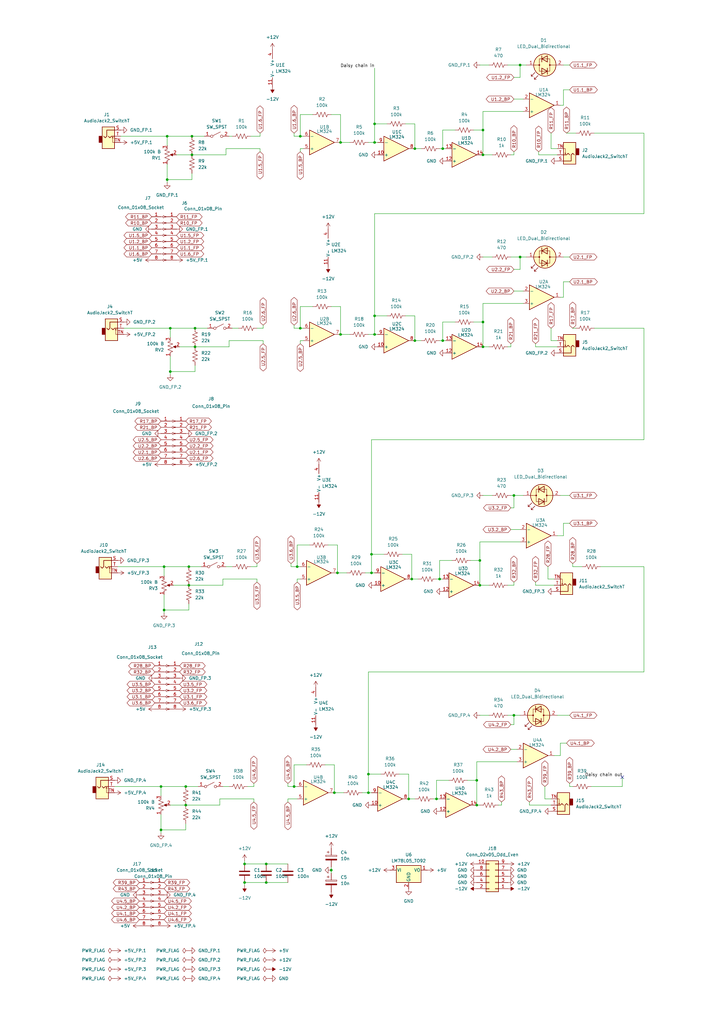
<source format=kicad_sch>
(kicad_sch (version 20231120) (generator "eeschema") (generator_version "8.0")
  (paper "A3" portrait)
  (lib_symbols
    (symbol "Amplifier_Operational:LM324" (pin_names (offset 0.127))
      (property "Reference" "U" (at 0 5.08 0))
      (property "Value" "LM324" (at 0 -5.08 0))
      (symbol "LM324_1_1"
        (pin output line (at 7.62 0 180) (length 2.54) (name "~") (number "1"))
        (pin input line (at -7.62 -2.54 0) (length 2.54) (name "-") (number "2"))
        (pin input line (at -7.62 2.54 0) (length 2.54) (name "+") (number "3"))
      )
      (symbol "LM324_2_1"
        (pin input line (at -7.62 2.54 0) (length 2.54) (name "+") (number "5"))
        (pin input line (at -7.62 -2.54 0) (length 2.54) (name "-") (number "6"))
        (pin output line (at 7.62 0 180) (length 2.54) (name "~") (number "7"))
      )
      (symbol "LM324_3_1"
        (pin input line (at -7.62 2.54 0) (length 2.54) (name "+") (number "10"))
        (pin output line (at 7.62 0 180) (length 2.54) (name "~") (number "8"))
        (pin input line (at -7.62 -2.54 0) (length 2.54) (name "-") (number "9"))
      )
      (symbol "LM324_4_1"
        (pin input line (at -7.62 2.54 0) (length 2.54) (name "+") (number "12"))
        (pin input line (at -7.62 -2.54 0) (length 2.54) (name "-") (number "13"))
        (pin output line (at 7.62 0 180) (length 2.54) (name "~") (number "14"))
      )
      (symbol "LM324_5_1"
        (pin power_in line (at -2.54 -7.62 90) (length 3.81) (name "V-") (number "11"))
        (pin power_in line (at -2.54 7.62 270) (length 3.81) (name "V+") (number "4"))
      )
    )
    (symbol "Connector:Conn_01x08_Pin" (pin_names (offset 1.016) hide)
      (property "Reference" "J" (at 0 10.16 0))
      (property "Value" "Conn_01x08_Pin" (at 0 -12.7 0))
      (symbol "Conn_01x08_Pin_1_1"
        (pin passive line (at 5.08 7.62 180) (length 3.81) (name "Pin_1") (number "1"))
        (pin passive line (at 5.08 5.08 180) (length 3.81) (name "Pin_2") (number "2"))
        (pin passive line (at 5.08 2.54 180) (length 3.81) (name "Pin_3") (number "3"))
        (pin passive line (at 5.08 0 180) (length 3.81) (name "Pin_4") (number "4"))
        (pin passive line (at 5.08 -2.54 180) (length 3.81) (name "Pin_5") (number "5"))
        (pin passive line (at 5.08 -5.08 180) (length 3.81) (name "Pin_6") (number "6"))
        (pin passive line (at 5.08 -7.62 180) (length 3.81) (name "Pin_7") (number "7"))
        (pin passive line (at 5.08 -10.16 180) (length 3.81) (name "Pin_8") (number "8"))
      )
    )
    (symbol "Connector:Conn_01x08_Socket" (pin_names (offset 1.016) hide)
      (property "Reference" "J" (at 0 10.16 0))
      (property "Value" "Conn_01x08_Socket" (at 0 -12.7 0))
      (symbol "Conn_01x08_Socket_1_1"
        (pin passive line (at -5.08 7.62 0) (length 3.81) (name "Pin_1") (number "1"))
        (pin passive line (at -5.08 5.08 0) (length 3.81) (name "Pin_2") (number "2"))
        (pin passive line (at -5.08 2.54 0) (length 3.81) (name "Pin_3") (number "3"))
        (pin passive line (at -5.08 0 0) (length 3.81) (name "Pin_4") (number "4"))
        (pin passive line (at -5.08 -2.54 0) (length 3.81) (name "Pin_5") (number "5"))
        (pin passive line (at -5.08 -5.08 0) (length 3.81) (name "Pin_6") (number "6"))
        (pin passive line (at -5.08 -7.62 0) (length 3.81) (name "Pin_7") (number "7"))
        (pin passive line (at -5.08 -10.16 0) (length 3.81) (name "Pin_8") (number "8"))
      )
    )
    (symbol "Connector_Audio:AudioJack2_SwitchT"
      (property "Reference" "J" (at 0 8.89 0))
      (property "Value" "AudioJack2_SwitchT" (at 0 6.35 0))
      (symbol "AudioJack2_SwitchT_1_1"
        (pin passive line (at 5.08 2.54 180) (length 2.54) (name "~") (number "S"))
        (pin passive line (at 5.08 0 180) (length 2.54) (name "~") (number "T"))
        (pin passive line (at 5.08 -2.54 180) (length 2.54) (name "~") (number "TN"))
      )
    )
    (symbol "Connector_Generic:Conn_02x05_Odd_Even" (pin_names (offset 1.016) hide)
      (property "Reference" "J" (at 1.27 7.62 0))
      (property "Value" "Conn_02x05_Odd_Even" (at 1.27 -7.62 0))
      (symbol "Conn_02x05_Odd_Even_1_1"
        (pin passive line (at -5.08 5.08 0) (length 3.81) (name "Pin_1") (number "1"))
        (pin passive line (at 7.62 -5.08 180) (length 3.81) (name "Pin_10") (number "10"))
        (pin passive line (at 7.62 5.08 180) (length 3.81) (name "Pin_2") (number "2"))
        (pin passive line (at -5.08 2.54 0) (length 3.81) (name "Pin_3") (number "3"))
        (pin passive line (at 7.62 2.54 180) (length 3.81) (name "Pin_4") (number "4"))
        (pin passive line (at -5.08 0 0) (length 3.81) (name "Pin_5") (number "5"))
        (pin passive line (at 7.62 0 180) (length 3.81) (name "Pin_6") (number "6"))
        (pin passive line (at -5.08 -2.54 0) (length 3.81) (name "Pin_7") (number "7"))
        (pin passive line (at 7.62 -2.54 180) (length 3.81) (name "Pin_8") (number "8"))
        (pin passive line (at -5.08 -5.08 0) (length 3.81) (name "Pin_9") (number "9"))
      )
    )
    (symbol "Device:C" (pin_numbers hide) (pin_names (offset 0.254))
      (property "Reference" "C" (at 0.635 2.54 0))
      (property "Value" "C" (at 0.635 -2.54 0))
      (symbol "C_1_1"
        (pin passive line (at 0 3.81 270) (length 2.794) (name "~") (number "1"))
        (pin passive line (at 0 -3.81 90) (length 2.794) (name "~") (number "2"))
      )
    )
    (symbol "Device:C_Polarized" (pin_numbers hide) (pin_names (offset 0.254))
      (property "Reference" "C" (at 0.635 2.54 0))
      (property "Value" "C_Polarized" (at 0.635 -2.54 0))
      (symbol "C_Polarized_1_1"
        (pin passive line (at 0 3.81 270) (length 2.794) (name "~") (number "1"))
        (pin passive line (at 0 -3.81 90) (length 2.794) (name "~") (number "2"))
      )
    )
    (symbol "Device:LED_Dual_Bidirectional" (pin_names (offset 0) hide)
      (property "Reference" "D" (at 0 5.715 0))
      (property "Value" "LED_Dual_Bidirectional" (at 0 -6.35 0))
      (symbol "LED_Dual_Bidirectional_1_1"
        (pin input line (at 7.62 0 180) (length 3.81) (name "KA") (number "1"))
        (pin input line (at -7.62 0 0) (length 3.048) (name "AK") (number "2"))
      )
    )
    (symbol "Device:R_Potentiometer_US" (pin_names (offset 1.016) hide)
      (property "Reference" "RV" (at -4.445 0 90))
      (property "Value" "R_Potentiometer_US" (at -2.54 0 90))
      (symbol "R_Potentiometer_US_1_1"
        (pin passive line (at 0 3.81 270) (length 1.27) (name "1") (number "1"))
        (pin passive line (at 3.81 0 180) (length 1.27) (name "2") (number "2"))
        (pin passive line (at 0 -3.81 90) (length 1.27) (name "3") (number "3"))
      )
    )
    (symbol "Device:R_US" (pin_numbers hide) (pin_names (offset 0))
      (property "Reference" "R" (at 2.54 0 90))
      (property "Value" "R_US" (at -2.54 0 90))
      (symbol "R_US_1_1"
        (pin passive line (at 0 3.81 270) (length 1.27) (name "~") (number "1"))
        (pin passive line (at 0 -3.81 90) (length 1.27) (name "~") (number "2"))
      )
    )
    (symbol "R_US_1" (pin_numbers hide) (pin_names (offset 0))
      (property "Reference" "R" (at 2.54 0 90))
      (property "Value" "R_US" (at -2.54 0 90))
      (symbol "R_US_1_1_1"
        (pin passive line (at 0 3.81 270) (length 1.27) (name "~") (number "1"))
        (pin passive line (at 0 -3.81 90) (length 1.27) (name "~") (number "2"))
      )
    )
    (symbol "Regulator_Linear:LM78L05_TO92" (pin_names (offset 0.254))
      (property "Reference" "U" (at -3.81 3.175 0))
      (property "Value" "LM78L05_TO92" (at 0 3.175 0))
      (symbol "LM78L05_TO92_1_1"
        (pin power_out line (at 7.62 0 180) (length 2.54) (name "VO") (number "1"))
        (pin power_in line (at 0 -7.62 90) (length 2.54) (name "GND") (number "2"))
        (pin power_in line (at -7.62 0 0) (length 2.54) (name "VI") (number "3"))
      )
    )
    (symbol "Switch:SW_SPST" (pin_names (offset 0) hide)
      (property "Reference" "SW" (at 0 3.175 0))
      (property "Value" "SW_SPST" (at 0 -2.54 0))
      (symbol "SW_SPST_1_1"
        (pin passive line (at -5.08 0 0) (length 2.54) (name "A") (number "1"))
        (pin passive line (at 5.08 0 180) (length 2.54) (name "B") (number "2"))
      )
    )
    (symbol "power:+12V" (power) (pin_numbers hide) (pin_names (offset 0) hide)
      (property "Value" "+12V" (at 0 3.556 0))
      (symbol "+12V_1_1"
        (pin power_in line (at 0 0 90) (length 0) (name "~") (number "1"))
      )
    )
    (symbol "power:+5V" (power) (pin_numbers hide) (pin_names (offset 0) hide)
      (property "Value" "+5V" (at 0 3.556 0))
      (symbol "+5V_1_1"
        (pin power_in line (at 0 0 90) (length 0) (name "~") (number "1"))
      )
    )
    (symbol "power:-12V" (power) (pin_numbers hide) (pin_names (offset 0) hide)
      (property "Value" "-12V" (at 0 3.556 0))
      (symbol "-12V_0_0"
        (pin power_in line (at 0 0 90) (length 0) (name "~") (number "1"))
      )
    )
    (symbol "power:GND" (power) (pin_numbers hide) (pin_names (offset 0) hide)
      (property "Value" "GND" (at 0 -3.81 0))
      (symbol "GND_1_1"
        (pin power_in line (at 0 0 270) (length 0) (name "~") (number "1"))
      )
    )
    (symbol "power:PWR_FLAG" (power) (pin_numbers hide) (pin_names (offset 0) hide)
      (property "Value" "PWR_FLAG" (at 0 3.81 0))
      (symbol "PWR_FLAG_0_0"
        (pin power_out line (at 0 0 90) (length 0) (name "~") (number "1"))
      )
    )
  )
  (junction (at 100.33 361.95))
  (junction (at 213.36 26.67))
  (junction (at 153.67 50.8))
  (junction (at 180.34 237.49))
  (junction (at 78.74 55.88))
  (junction (at 170.18 60.96))
  (junction (at 153.67 58.42))
  (junction (at 109.22 354.33))
  (junction (at 196.85 240.03))
  (junction (at 120.65 322.58))
  (junction (at 100.33 354.33))
  (junction (at 195.58 320.04))
  (junction (at 76.2 322.58))
  (junction (at 80.01 142.24))
  (junction (at 137.16 325.12))
  (junction (at 76.2 330.2))
  (junction (at 195.58 330.2))
  (junction (at 78.74 63.5))
  (junction (at 67.31 232.41))
  (junction (at 153.67 129.54))
  (junction (at 139.7 58.42))
  (junction (at 80.01 134.62))
  (junction (at 123.19 134.62))
  (junction (at 213.36 105.41))
  (junction (at 210.82 203.2))
  (junction (at 181.61 139.7))
  (junction (at 68.58 55.88))
  (junction (at 66.04 322.58))
  (junction (at 135.89 356.87))
  (junction (at 152.4 227.33))
  (junction (at 196.85 229.87))
  (junction (at 121.92 232.41))
  (junction (at 198.12 53.34))
  (junction (at 151.13 317.5))
  (junction (at 170.18 139.7))
  (junction (at 66.04 340.36))
  (junction (at 198.12 132.08))
  (junction (at 151.13 325.12))
  (junction (at 123.19 55.88))
  (junction (at 67.31 250.19))
  (junction (at 77.47 232.41))
  (junction (at 198.12 142.24))
  (junction (at 179.07 327.66))
  (junction (at 181.61 60.96))
  (junction (at 138.43 234.95))
  (junction (at 152.4 234.95))
  (junction (at 168.91 237.49))
  (junction (at 77.47 240.03))
  (junction (at 167.64 327.66))
  (junction (at 69.85 134.62))
  (junction (at 153.67 137.16))
  (junction (at 198.12 63.5))
  (junction (at 109.22 361.95))
  (junction (at 68.58 73.66))
  (junction (at 210.82 293.37))
  (junction (at 139.7 137.16))
  (junction (at 69.85 152.4))
  (no_connect (at 255.27 318.77))
  (wire (pts (xy 139.7 58.42) (xy 143.51 58.42)))
  (wire (pts (xy 68.58 73.66) (xy 68.58 74.93)))
  (wire (pts (xy 231.14 36.83) (xy 231.14 43.18)))
  (wire (pts (xy 210.82 238.76) (xy 210.82 240.03)))
  (wire (pts (xy 166.37 129.54) (xy 170.18 129.54)))
  (wire (pts (xy 135.89 355.6) (xy 135.89 356.87)))
  (wire (pts (xy 133.35 313.69) (xy 137.16 313.69)))
  (wire (pts (xy 213.36 26.67) (xy 213.36 31.75)))
  (wire (pts (xy 198.12 124.46) (xy 214.63 124.46)))
  (wire (pts (xy 264.16 87.63) (xy 153.67 87.63)))
  (wire (pts (xy 220.98 63.5) (xy 220.98 62.23)))
  (wire (pts (xy 76.2 322.58) (xy 81.28 322.58)))
  (wire (pts (xy 228.6 293.37) (xy 233.68 293.37)))
  (wire (pts (xy 264.16 232.41) (xy 264.16 275.59)))
  (wire (pts (xy 123.19 55.88) (xy 124.46 55.88)))
  (wire (pts (xy 229.87 304.8) (xy 229.87 309.88)))
  (wire (pts (xy 68.58 67.31) (xy 68.58 73.66)))
  (wire (pts (xy 152.4 227.33) (xy 152.4 234.95)))
  (wire (pts (xy 46.99 322.58) (xy 66.04 322.58)))
  (wire (pts (xy 195.58 312.42) (xy 195.58 320.04)))
  (wire (pts (xy 243.84 54.61) (xy 264.16 54.61)))
  (wire (pts (xy 224.79 237.49) (xy 227.33 237.49)))
  (wire (pts (xy 193.04 229.87) (xy 196.85 229.87)))
  (wire (pts (xy 69.85 330.2) (xy 76.2 330.2)))
  (wire (pts (xy 106.68 55.88) (xy 102.87 55.88)))
  (wire (pts (xy 223.52 327.66) (xy 226.06 327.66)))
  (wire (pts (xy 177.8 327.66) (xy 179.07 327.66)))
  (wire (pts (xy 121.92 237.49) (xy 123.19 237.49)))
  (wire (pts (xy 210.82 40.64) (xy 214.63 40.64)))
  (wire (pts (xy 72.39 63.5) (xy 78.74 63.5)))
  (wire (pts (xy 153.67 129.54) (xy 153.67 137.16)))
  (wire (pts (xy 219.71 240.03) (xy 227.33 240.03)))
  (wire (pts (xy 229.87 309.88) (xy 227.33 309.88)))
  (wire (pts (xy 210.82 63.5) (xy 209.55 63.5)))
  (wire (pts (xy 78.74 71.12) (xy 78.74 73.66)))
  (wire (pts (xy 100.33 363.22) (xy 100.33 361.95)))
  (wire (pts (xy 120.65 55.88) (xy 123.19 55.88)))
  (wire (pts (xy 78.74 55.88) (xy 83.82 55.88)))
  (wire (pts (xy 157.48 227.33) (xy 152.4 227.33)))
  (wire (pts (xy 232.41 304.8) (xy 229.87 304.8)))
  (wire (pts (xy 50.8 134.62) (xy 69.85 134.62)))
  (wire (pts (xy 105.41 237.49) (xy 105.41 238.76)))
  (wire (pts (xy 217.17 330.2) (xy 226.06 330.2)))
  (wire (pts (xy 208.28 142.24) (xy 209.55 142.24)))
  (wire (pts (xy 233.68 322.58) (xy 234.95 322.58)))
  (wire (pts (xy 148.59 325.12) (xy 151.13 325.12)))
  (wire (pts (xy 246.38 232.41) (xy 264.16 232.41)))
  (wire (pts (xy 180.34 139.7) (xy 181.61 139.7)))
  (wire (pts (xy 219.71 238.76) (xy 219.71 240.03)))
  (wire (pts (xy 151.13 325.12) (xy 152.4 325.12)))
  (wire (pts (xy 198.12 63.5) (xy 201.93 63.5)))
  (wire (pts (xy 77.47 247.65) (xy 77.47 250.19)))
  (wire (pts (xy 66.04 334.01) (xy 66.04 340.36)))
  (wire (pts (xy 158.75 50.8) (xy 153.67 50.8)))
  (wire (pts (xy 198.12 105.41) (xy 201.93 105.41)))
  (wire (pts (xy 168.91 237.49) (xy 171.45 237.49)))
  (wire (pts (xy 128.27 46.99) (xy 123.19 46.99)))
  (wire (pts (xy 139.7 125.73) (xy 139.7 137.16)))
  (wire (pts (xy 119.38 231.14) (xy 119.38 232.41)))
  (wire (pts (xy 109.22 361.95) (xy 118.11 361.95)))
  (wire (pts (xy 198.12 132.08) (xy 198.12 142.24)))
  (wire (pts (xy 123.19 139.7) (xy 124.46 139.7)))
  (wire (pts (xy 191.77 320.04) (xy 195.58 320.04)))
  (wire (pts (xy 153.67 50.8) (xy 153.67 58.42)))
  (wire (pts (xy 66.04 340.36) (xy 66.04 341.63)))
  (wire (pts (xy 226.06 139.7) (xy 228.6 139.7)))
  (wire (pts (xy 158.75 129.54) (xy 153.67 129.54)))
  (wire (pts (xy 80.01 142.24) (xy 93.98 142.24)))
  (wire (pts (xy 153.67 27.94) (xy 153.67 50.8)))
  (wire (pts (xy 209.55 217.17) (xy 213.36 217.17)))
  (wire (pts (xy 152.4 180.34) (xy 152.4 227.33)))
  (wire (pts (xy 213.36 105.41) (xy 215.9 105.41)))
  (wire (pts (xy 198.12 45.72) (xy 214.63 45.72)))
  (wire (pts (xy 198.12 142.24) (xy 200.66 142.24)))
  (wire (pts (xy 105.41 231.14) (xy 105.41 232.41)))
  (wire (pts (xy 170.18 129.54) (xy 170.18 139.7)))
  (wire (pts (xy 255.27 318.77) (xy 255.27 322.58)))
  (wire (pts (xy 69.85 152.4) (xy 69.85 153.67)))
  (wire (pts (xy 208.28 26.67) (xy 213.36 26.67)))
  (wire (pts (xy 152.4 234.95) (xy 153.67 234.95)))
  (wire (pts (xy 118.11 328.93) (xy 118.11 327.66)))
  (wire (pts (xy 119.38 232.41) (xy 121.92 232.41)))
  (wire (pts (xy 195.58 330.2) (xy 196.85 330.2)))
  (wire (pts (xy 76.2 337.82) (xy 76.2 340.36)))
  (wire (pts (xy 209.55 208.28) (xy 210.82 208.28)))
  (wire (pts (xy 156.21 317.5) (xy 151.13 317.5)))
  (wire (pts (xy 229.87 203.2) (xy 233.68 203.2)))
  (wire (pts (xy 224.79 237.49) (xy 224.79 232.41)))
  (wire (pts (xy 69.85 146.05) (xy 69.85 152.4)))
  (wire (pts (xy 198.12 203.2) (xy 201.93 203.2)))
  (wire (pts (xy 123.19 46.99) (xy 123.19 55.88)))
  (wire (pts (xy 67.31 232.41) (xy 77.47 232.41)))
  (wire (pts (xy 186.69 53.34) (xy 181.61 53.34)))
  (wire (pts (xy 121.92 232.41) (xy 123.19 232.41)))
  (wire (pts (xy 67.31 236.22) (xy 67.31 232.41)))
  (wire (pts (xy 213.36 110.49) (xy 213.36 105.41)))
  (wire (pts (xy 80.01 149.86) (xy 80.01 152.4)))
  (wire (pts (xy 165.1 227.33) (xy 168.91 227.33)))
  (wire (pts (xy 217.17 328.93) (xy 217.17 330.2)))
  (wire (pts (xy 71.12 240.03) (xy 77.47 240.03)))
  (wire (pts (xy 196.85 240.03) (xy 200.66 240.03)))
  (wire (pts (xy 67.31 243.84) (xy 67.31 250.19)))
  (wire (pts (xy 242.57 322.58) (xy 255.27 322.58)))
  (wire (pts (xy 231.14 105.41) (xy 233.68 105.41)))
  (wire (pts (xy 234.95 134.62) (xy 236.22 134.62)))
  (wire (pts (xy 219.71 142.24) (xy 228.6 142.24)))
  (wire (pts (xy 138.43 223.52) (xy 138.43 234.95)))
  (wire (pts (xy 210.82 203.2) (xy 210.82 208.28)))
  (wire (pts (xy 210.82 119.38) (xy 214.63 119.38)))
  (wire (pts (xy 151.13 317.5) (xy 151.13 325.12)))
  (wire (pts (xy 69.85 138.43) (xy 69.85 134.62)))
  (wire (pts (xy 101.6 322.58) (xy 104.14 322.58)))
  (wire (pts (xy 194.31 132.08) (xy 198.12 132.08)))
  (wire (pts (xy 100.33 353.06) (xy 100.33 354.33)))
  (wire (pts (xy 151.13 137.16) (xy 153.67 137.16)))
  (wire (pts (xy 196.85 222.25) (xy 196.85 229.87)))
  (wire (pts (xy 153.67 137.16) (xy 154.94 137.16)))
  (wire (pts (xy 209.55 140.97) (xy 209.55 142.24)))
  (wire (pts (xy 118.11 321.31) (xy 118.11 322.58)))
  (wire (pts (xy 91.44 237.49) (xy 105.41 237.49)))
  (wire (pts (xy 228.6 63.5) (xy 220.98 63.5)))
  (wire (pts (xy 80.01 134.62) (xy 85.09 134.62)))
  (wire (pts (xy 232.41 54.61) (xy 236.22 54.61)))
  (wire (pts (xy 233.68 115.57) (xy 231.14 115.57)))
  (wire (pts (xy 67.31 250.19) (xy 67.31 251.46)))
  (wire (pts (xy 109.22 354.33) (xy 118.11 354.33)))
  (wire (pts (xy 76.2 340.36) (xy 66.04 340.36)))
  (wire (pts (xy 195.58 320.04) (xy 195.58 330.2)))
  (wire (pts (xy 181.61 60.96) (xy 182.88 60.96)))
  (wire (pts (xy 209.55 307.34) (xy 212.09 307.34)))
  (wire (pts (xy 123.19 140.97) (xy 123.19 139.7)))
  (wire (pts (xy 233.68 321.31) (xy 233.68 322.58)))
  (wire (pts (xy 180.34 60.96) (xy 181.61 60.96)))
  (wire (pts (xy 209.55 105.41) (xy 213.36 105.41)))
  (wire (pts (xy 166.37 50.8) (xy 170.18 50.8)))
  (wire (pts (xy 92.71 63.5) (xy 92.71 60.96)))
  (wire (pts (xy 107.95 133.35) (xy 107.95 134.62)))
  (wire (pts (xy 163.83 317.5) (xy 167.64 317.5)))
  (wire (pts (xy 151.13 58.42) (xy 153.67 58.42)))
  (wire (pts (xy 102.87 232.41) (xy 105.41 232.41)))
  (wire (pts (xy 77.47 232.41) (xy 82.55 232.41)))
  (wire (pts (xy 68.58 59.69) (xy 68.58 55.88)))
  (wire (pts (xy 123.19 60.96) (xy 124.46 60.96)))
  (wire (pts (xy 231.14 43.18) (xy 229.87 43.18)))
  (wire (pts (xy 76.2 330.2) (xy 90.17 330.2)))
  (wire (pts (xy 123.19 62.23) (xy 123.19 60.96)))
  (wire (pts (xy 181.61 132.08) (xy 181.61 139.7)))
  (wire (pts (xy 121.92 223.52) (xy 121.92 232.41)))
  (wire (pts (xy 180.34 229.87) (xy 180.34 237.49)))
  (wire (pts (xy 210.82 62.23) (xy 210.82 63.5)))
  (wire (pts (xy 107.95 134.62) (xy 105.41 134.62)))
  (wire (pts (xy 198.12 45.72) (xy 198.12 53.34)))
  (wire (pts (xy 213.36 31.75) (xy 210.82 31.75)))
  (wire (pts (xy 181.61 139.7) (xy 182.88 139.7)))
  (wire (pts (xy 121.92 238.76) (xy 121.92 237.49)))
  (wire (pts (xy 66.04 326.39) (xy 66.04 322.58)))
  (wire (pts (xy 137.16 313.69) (xy 137.16 325.12)))
  (wire (pts (xy 120.65 133.35) (xy 120.65 134.62)))
  (wire (pts (xy 233.68 36.83) (xy 231.14 36.83)))
  (wire (pts (xy 231.14 26.67) (xy 233.68 26.67)))
  (wire (pts (xy 128.27 125.73) (xy 123.19 125.73)))
  (wire (pts (xy 234.95 231.14) (xy 234.95 232.41)))
  (wire (pts (xy 226.06 60.96) (xy 226.06 54.61)))
  (wire (pts (xy 123.19 134.62) (xy 124.46 134.62)))
  (wire (pts (xy 73.66 142.24) (xy 80.01 142.24)))
  (wire (pts (xy 134.62 223.52) (xy 138.43 223.52)))
  (wire (pts (xy 264.16 275.59) (xy 151.13 275.59)))
  (wire (pts (xy 107.95 139.7) (xy 93.98 139.7)))
  (wire (pts (xy 264.16 180.34) (xy 152.4 180.34)))
  (wire (pts (xy 181.61 53.34) (xy 181.61 60.96)))
  (wire (pts (xy 153.67 87.63) (xy 153.67 129.54)))
  (wire (pts (xy 226.06 60.96) (xy 228.6 60.96)))
  (wire (pts (xy 213.36 26.67) (xy 215.9 26.67)))
  (wire (pts (xy 210.82 110.49) (xy 213.36 110.49)))
  (wire (pts (xy 107.95 140.97) (xy 107.95 139.7)))
  (wire (pts (xy 196.85 26.67) (xy 200.66 26.67)))
  (wire (pts (xy 196.85 229.87) (xy 196.85 240.03)))
  (wire (pts (xy 118.11 327.66) (xy 121.92 327.66)))
  (wire (pts (xy 179.07 320.04) (xy 179.07 327.66)))
  (wire (pts (xy 198.12 53.34) (xy 198.12 63.5)))
  (wire (pts (xy 231.14 115.57) (xy 231.14 121.92)))
  (wire (pts (xy 90.17 330.2) (xy 90.17 327.66)))
  (wire (pts (xy 243.84 134.62) (xy 264.16 134.62)))
  (wire (pts (xy 120.65 134.62) (xy 123.19 134.62)))
  (wire (pts (xy 90.17 327.66) (xy 104.14 327.66)))
  (wire (pts (xy 205.74 328.93) (xy 205.74 330.2)))
  (wire (pts (xy 139.7 46.99) (xy 139.7 58.42)))
  (wire (pts (xy 170.18 50.8) (xy 170.18 60.96)))
  (wire (pts (xy 91.44 322.58) (xy 93.98 322.58)))
  (wire (pts (xy 135.89 358.14) (xy 135.89 356.87)))
  (wire (pts (xy 184.15 320.04) (xy 179.07 320.04)))
  (wire (pts (xy 120.65 54.61) (xy 120.65 55.88)))
  (wire (pts (xy 180.34 237.49) (xy 181.61 237.49)))
  (wire (pts (xy 151.13 275.59) (xy 151.13 317.5)))
  (wire (pts (xy 209.55 203.2) (xy 210.82 203.2)))
  (wire (pts (xy 104.14 327.66) (xy 104.14 328.93)))
  (wire (pts (xy 179.07 237.49) (xy 180.34 237.49)))
  (wire (pts (xy 196.85 222.25) (xy 213.36 222.25)))
  (wire (pts (xy 210.82 203.2) (xy 214.63 203.2)))
  (wire (pts (xy 49.53 55.88) (xy 68.58 55.88)))
  (wire (pts (xy 167.64 327.66) (xy 170.18 327.66)))
  (wire (pts (xy 149.86 234.95) (xy 152.4 234.95)))
  (wire (pts (xy 93.98 142.24) (xy 93.98 139.7)))
  (wire (pts (xy 198.12 124.46) (xy 198.12 132.08)))
  (wire (pts (xy 226.06 139.7) (xy 226.06 134.62)))
  (wire (pts (xy 223.52 327.66) (xy 223.52 322.58)))
  (wire (pts (xy 233.68 214.63) (xy 231.14 214.63)))
  (wire (pts (xy 66.04 322.58) (xy 76.2 322.58)))
  (wire (pts (xy 210.82 293.37) (xy 210.82 297.18)))
  (wire (pts (xy 195.58 312.42) (xy 212.09 312.42)))
  (wire (pts (xy 264.16 134.62) (xy 264.16 180.34)))
  (wire (pts (xy 219.71 140.97) (xy 219.71 142.24)))
  (wire (pts (xy 208.28 293.37) (xy 210.82 293.37)))
  (wire (pts (xy 69.85 134.62) (xy 80.01 134.62)))
  (wire (pts (xy 77.47 240.03) (xy 91.44 240.03)))
  (wire (pts (xy 231.14 214.63) (xy 231.14 219.71)))
  (wire (pts (xy 153.67 58.42) (xy 154.94 58.42)))
  (wire (pts (xy 125.73 313.69) (xy 120.65 313.69)))
  (wire (pts (xy 264.16 54.61) (xy 264.16 87.63)))
  (wire (pts (xy 138.43 234.95) (xy 142.24 234.95)))
  (wire (pts (xy 77.47 250.19) (xy 67.31 250.19)))
  (wire (pts (xy 120.65 313.69) (xy 120.65 322.58)))
  (wire (pts (xy 68.58 55.88) (xy 78.74 55.88)))
  (wire (pts (xy 194.31 53.34) (xy 198.12 53.34)))
  (wire (pts (xy 104.14 321.31) (xy 104.14 322.58)))
  (wire (pts (xy 135.89 46.99) (xy 139.7 46.99)))
  (wire (pts (xy 135.89 125.73) (xy 139.7 125.73)))
  (wire (pts (xy 120.65 322.58) (xy 121.92 322.58)))
  (wire (pts (xy 231.14 121.92) (xy 229.87 121.92)))
  (wire (pts (xy 106.68 60.96) (xy 106.68 62.23)))
  (wire (pts (xy 78.74 73.66) (xy 68.58 73.66)))
  (wire (pts (xy 209.55 297.18) (xy 210.82 297.18)))
  (wire (pts (xy 127 223.52) (xy 121.92 223.52)))
  (wire (pts (xy 139.7 137.16) (xy 143.51 137.16)))
  (wire (pts (xy 92.71 60.96) (xy 106.68 60.96)))
  (wire (pts (xy 167.64 317.5) (xy 167.64 327.66)))
  (wire (pts (xy 95.25 134.62) (xy 97.79 134.62)))
  (wire (pts (xy 179.07 327.66) (xy 180.34 327.66)))
  (wire (pts (xy 80.01 152.4) (xy 69.85 152.4)))
  (wire (pts (xy 93.98 55.88) (xy 95.25 55.88)))
  (wire (pts (xy 106.68 55.88) (xy 106.68 54.61)))
  (wire (pts (xy 168.91 227.33) (xy 168.91 237.49)))
  (wire (pts (xy 100.33 354.33) (xy 109.22 354.33)))
  (wire (pts (xy 231.14 219.71) (xy 228.6 219.71)))
  (wire (pts (xy 196.85 293.37) (xy 200.66 293.37)))
  (wire (pts (xy 170.18 60.96) (xy 172.72 60.96)))
  (wire (pts (xy 92.71 232.41) (xy 95.25 232.41)))
  (wire (pts (xy 208.28 240.03) (xy 210.82 240.03)))
  (wire (pts (xy 123.19 125.73) (xy 123.19 134.62)))
  (wire (pts (xy 91.44 240.03) (xy 91.44 237.49)))
  (wire (pts (xy 170.18 139.7) (xy 172.72 139.7)))
  (wire (pts (xy 118.11 322.58) (xy 120.65 322.58)))
  (wire (pts (xy 186.69 132.08) (xy 181.61 132.08)))
  (wire (pts (xy 100.33 361.95) (xy 109.22 361.95)))
  (wire (pts (xy 234.95 232.41) (xy 238.76 232.41)))
  (wire (pts (xy 185.42 229.87) (xy 180.34 229.87)))
  (wire (pts (xy 137.16 325.12) (xy 140.97 325.12)))
  (wire (pts (xy 78.74 63.5) (xy 92.71 63.5)))
  (wire (pts (xy 48.26 232.41) (xy 67.31 232.41)))
  (wire (pts (xy 210.82 293.37) (xy 213.36 293.37)))
  (wire (pts (xy 204.47 330.2) (xy 205.74 330.2)))
  (label "Daisy chain out" (at 255.27 318.77 180))
  (label "Daisy chain in" (at 153.67 27.94 180))
  (global_label "U3.5_BP" (shape bidirectional) (at 121.92 238.76 270) (property "Intersheetrefs" "${INTERSHEET_REFS}" (effects (hide yes))))
  (global_label "U2.6_FP" (shape bidirectional) (at 76.2 187.96 0) (property "Intersheetrefs" "${INTERSHEET_REFS}" (effects (hide yes))))
  (global_label "R32_FP" (shape bidirectional) (at 219.71 238.76 90) (property "Intersheetrefs" "${INTERSHEET_REFS}" (effects (hide yes))))
  (global_label "U2.2_FP" (shape bidirectional) (at 76.2 182.88 0) (property "Intersheetrefs" "${INTERSHEET_REFS}" (effects (hide yes))))
  (global_label "U3.2_FP" (shape bidirectional) (at 73.66 283.21 0) (property "Intersheetrefs" "${INTERSHEET_REFS}" (effects (hide yes))))
  (global_label "R11_BP" (shape bidirectional) (at 232.41 54.61 90) (property "Intersheetrefs" "${INTERSHEET_REFS}" (effects (hide yes))))
  (global_label "U2.2_BP" (shape bidirectional) (at 210.82 119.38 180) (property "Intersheetrefs" "${INTERSHEET_REFS}" (effects (hide yes))))
  (global_label "U3.6_BP" (shape bidirectional) (at 63.5 288.29 180) (property "Intersheetrefs" "${INTERSHEET_REFS}" (effects (hide yes))))
  (global_label "R21_FP" (shape bidirectional) (at 219.71 140.97 90) (property "Intersheetrefs" "${INTERSHEET_REFS}" (effects (hide yes))))
  (global_label "U3.6_BP" (shape bidirectional) (at 119.38 231.14 90) (property "Intersheetrefs" "${INTERSHEET_REFS}" (effects (hide yes))))
  (global_label "R17_FP" (shape bidirectional) (at 226.06 134.62 90) (property "Intersheetrefs" "${INTERSHEET_REFS}" (effects (hide yes))))
  (global_label "U1.6_FP" (shape bidirectional) (at 72.39 104.14 0) (property "Intersheetrefs" "${INTERSHEET_REFS}" (effects (hide yes))))
  (global_label "R39_FP" (shape bidirectional) (at 223.52 322.58 90) (property "Intersheetrefs" "${INTERSHEET_REFS}" (effects (hide yes))))
  (global_label "U3.2_BP" (shape bidirectional) (at 209.55 217.17 180) (property "Intersheetrefs" "${INTERSHEET_REFS}" (effects (hide yes))))
  (global_label "R28_BP" (shape bidirectional) (at 234.95 231.14 90) (property "Intersheetrefs" "${INTERSHEET_REFS}" (effects (hide yes))))
  (global_label "U3.5_FP" (shape bidirectional) (at 105.41 238.76 270) (property "Intersheetrefs" "${INTERSHEET_REFS}" (effects (hide yes))))
  (global_label "R32_FP" (shape bidirectional) (at 73.66 275.59 0) (property "Intersheetrefs" "${INTERSHEET_REFS}" (effects (hide yes))))
  (global_label "U1.2_FP" (shape bidirectional) (at 72.39 99.06 0) (property "Intersheetrefs" "${INTERSHEET_REFS}" (effects (hide yes))))
  (global_label "R28_FP" (shape bidirectional) (at 73.66 273.05 0) (property "Intersheetrefs" "${INTERSHEET_REFS}" (effects (hide yes))))
  (global_label "U4.5_FP" (shape bidirectional) (at 67.31 369.57 0) (property "Intersheetrefs" "${INTERSHEET_REFS}" (effects (hide yes))))
  (global_label "U4.2_FP" (shape bidirectional) (at 67.31 372.11 0) (property "Intersheetrefs" "${INTERSHEET_REFS}" (effects (hide yes))))
  (global_label "U2.1_BP" (shape bidirectional) (at 233.68 115.57 0) (property "Intersheetrefs" "${INTERSHEET_REFS}" (effects (hide yes))))
  (global_label "R10_FP" (shape bidirectional) (at 72.39 91.44 0) (property "Intersheetrefs" "${INTERSHEET_REFS}" (effects (hide yes))))
  (global_label "R11_FP" (shape bidirectional) (at 226.06 54.61 90) (property "Intersheetrefs" "${INTERSHEET_REFS}" (effects (hide yes))))
  (global_label "R10_BP" (shape bidirectional) (at 62.23 91.44 180) (property "Intersheetrefs" "${INTERSHEET_REFS}" (effects (hide yes))))
  (global_label "U4.2_BP" (shape bidirectional) (at 209.55 307.34 180) (property "Intersheetrefs" "${INTERSHEET_REFS}" (effects (hide yes))))
  (global_label "R11_BP" (shape bidirectional) (at 62.23 88.9 180) (property "Intersheetrefs" "${INTERSHEET_REFS}" (effects (hide yes))))
  (global_label "U2.2_FP" (shape bidirectional) (at 210.82 110.49 180) (property "Intersheetrefs" "${INTERSHEET_REFS}" (effects (hide yes))))
  (global_label "U1.1_FP" (shape bidirectional) (at 72.39 101.6 0) (property "Intersheetrefs" "${INTERSHEET_REFS}" (effects (hide yes))))
  (global_label "R28_BP" (shape bidirectional) (at 63.5 273.05 180) (property "Intersheetrefs" "${INTERSHEET_REFS}" (effects (hide yes))))
  (global_label "R10_FP" (shape bidirectional) (at 220.98 62.23 90) (property "Intersheetrefs" "${INTERSHEET_REFS}" (effects (hide yes))))
  (global_label "R32_BP" (shape bidirectional) (at 210.82 238.76 90) (property "Intersheetrefs" "${INTERSHEET_REFS}" (effects (hide yes))))
  (global_label "U2.2_BP" (shape bidirectional) (at 66.04 182.88 180) (property "Intersheetrefs" "${INTERSHEET_REFS}" (effects (hide yes))))
  (global_label "U4.6_FP" (shape bidirectional) (at 67.31 377.19 0) (property "Intersheetrefs" "${INTERSHEET_REFS}" (effects (hide yes))))
  (global_label "U1.2_BP" (shape bidirectional) (at 62.23 99.06 180) (property "Intersheetrefs" "${INTERSHEET_REFS}" (effects (hide yes))))
  (global_label "U2.6_BP" (shape bidirectional) (at 120.65 133.35 90) (property "Intersheetrefs" "${INTERSHEET_REFS}" (effects (hide yes))))
  (global_label "U1.5_FP" (shape bidirectional) (at 106.68 62.23 270) (property "Intersheetrefs" "${INTERSHEET_REFS}" (effects (hide yes))))
  (global_label "R28_FP" (shape bidirectional) (at 224.79 232.41 90) (property "Intersheetrefs" "${INTERSHEET_REFS}" (effects (hide yes))))
  (global_label "U4.5_FP" (shape bidirectional) (at 104.14 328.93 270) (property "Intersheetrefs" "${INTERSHEET_REFS}" (effects (hide yes))))
  (global_label "U4.1_FP" (shape bidirectional) (at 233.68 293.37 0) (property "Intersheetrefs" "${INTERSHEET_REFS}" (effects (hide yes))))
  (global_label "U2.1_BP" (shape bidirectional) (at 66.04 185.42 180) (property "Intersheetrefs" "${INTERSHEET_REFS}" (effects (hide yes))))
  (global_label "U3.6_FP" (shape bidirectional) (at 105.41 231.14 90) (property "Intersheetrefs" "${INTERSHEET_REFS}" (effects (hide yes))))
  (global_label "U4.2_BP" (shape bidirectional) (at 57.15 372.11 180) (property "Intersheetrefs" "${INTERSHEET_REFS}" (effects (hide yes))))
  (global_label "U3.1_FP" (shape bidirectional) (at 73.66 285.75 0) (property "Intersheetrefs" "${INTERSHEET_REFS}" (effects (hide yes))))
  (global_label "R21_BP" (shape bidirectional) (at 66.04 175.26 180) (property "Intersheetrefs" "${INTERSHEET_REFS}" (effects (hide yes))))
  (global_label "U2.1_FP" (shape bidirectional) (at 233.68 105.41 0) (property "Intersheetrefs" "${INTERSHEET_REFS}" (effects (hide yes))))
  (global_label "U3.2_FP" (shape bidirectional) (at 209.55 208.28 180) (property "Intersheetrefs" "${INTERSHEET_REFS}" (effects (hide yes))))
  (global_label "U3.1_BP" (shape bidirectional) (at 63.5 285.75 180) (property "Intersheetrefs" "${INTERSHEET_REFS}" (effects (hide yes))))
  (global_label "U1.1_BP" (shape bidirectional) (at 233.68 36.83 0) (property "Intersheetrefs" "${INTERSHEET_REFS}" (effects (hide yes))))
  (global_label "R21_BP" (shape bidirectional) (at 209.55 140.97 90) (property "Intersheetrefs" "${INTERSHEET_REFS}" (effects (hide yes))))
  (global_label "U3.1_BP" (shape bidirectional) (at 233.68 214.63 0) (property "Intersheetrefs" "${INTERSHEET_REFS}" (effects (hide yes))))
  (global_label "U1.5_BP" (shape bidirectional) (at 123.19 62.23 270) (property "Intersheetrefs" "${INTERSHEET_REFS}" (effects (hide yes))))
  (global_label "R43_FP" (shape bidirectional) (at 67.31 364.49 0) (property "Intersheetrefs" "${INTERSHEET_REFS}" (effects (hide yes))))
  (global_label "U4.2_FP" (shape bidirectional) (at 209.55 297.18 180) (property "Intersheetrefs" "${INTERSHEET_REFS}" (effects (hide yes))))
  (global_label "R32_BP" (shape bidirectional) (at 63.5 275.59 180) (property "Intersheetrefs" "${INTERSHEET_REFS}" (effects (hide yes))))
  (global_label "U4.1_BP" (shape bidirectional) (at 232.41 304.8 0) (property "Intersheetrefs" "${INTERSHEET_REFS}" (effects (hide yes))))
  (global_label "U3.5_BP" (shape bidirectional) (at 63.5 280.67 180) (property "Intersheetrefs" "${INTERSHEET_REFS}" (effects (hide yes))))
  (global_label "U1.2_BP" (shape bidirectional) (at 210.82 40.64 180) (property "Intersheetrefs" "${INTERSHEET_REFS}" (effects (hide yes))))
  (global_label "U4.6_BP" (shape bidirectional) (at 118.11 321.31 90) (property "Intersheetrefs" "${INTERSHEET_REFS}" (effects (hide yes))))
  (global_label "U4.1_BP" (shape bidirectional) (at 57.15 374.65 180) (property "Intersheetrefs" "${INTERSHEET_REFS}" (effects (hide yes))))
  (global_label "R17_BP" (shape bidirectional) (at 234.95 134.62 90) (property "Intersheetrefs" "${INTERSHEET_REFS}" (effects (hide yes))))
  (global_label "U3.1_FP" (shape bidirectional) (at 233.68 203.2 0) (property "Intersheetrefs" "${INTERSHEET_REFS}" (effects (hide yes))))
  (global_label "R21_FP" (shape bidirectional) (at 76.2 175.26 0) (property "Intersheetrefs" "${INTERSHEET_REFS}" (effects (hide yes))))
  (global_label "R43_BP" (shape bidirectional) (at 57.15 364.49 180) (property "Intersheetrefs" "${INTERSHEET_REFS}" (effects (hide yes))))
  (global_label "U3.5_FP" (shape bidirectional) (at 73.66 280.67 0) (property "Intersheetrefs" "${INTERSHEET_REFS}" (effects (hide yes))))
  (global_label "R43_BP" (shape bidirectional) (at 205.74 328.93 90) (property "Intersheetrefs" "${INTERSHEET_REFS}" (effects (hide yes))))
  (global_label "U1.6_BP" (shape bidirectional) (at 62.23 104.14 180) (property "Intersheetrefs" "${INTERSHEET_REFS}" (effects (hide yes))))
  (global_label "R10_BP" (shape bidirectional) (at 210.82 62.23 90) (property "Intersheetrefs" "${INTERSHEET_REFS}" (effects (hide yes))))
  (global_label "R11_FP" (shape bidirectional) (at 72.39 88.9 0) (property "Intersheetrefs" "${INTERSHEET_REFS}" (effects (hide yes))))
  (global_label "U1.2_FP" (shape bidirectional) (at 210.82 31.75 180) (property "Intersheetrefs" "${INTERSHEET_REFS}" (effects (hide yes))))
  (global_label "R39_FP" (shape bidirectional) (at 67.31 361.95 0) (property "Intersheetrefs" "${INTERSHEET_REFS}" (effects (hide yes))))
  (global_label "U4.5_BP" (shape bidirectional) (at 118.11 328.93 270) (property "Intersheetrefs" "${INTERSHEET_REFS}" (effects (hide yes))))
  (global_label "R17_BP" (shape bidirectional) (at 66.04 172.72 180) (property "Intersheetrefs" "${INTERSHEET_REFS}" (effects (hide yes))))
  (global_label "U4.5_BP" (shape bidirectional) (at 57.15 369.57 180) (property "Intersheetrefs" "${INTERSHEET_REFS}" (effects (hide yes))))
  (global_label "U1.6_FP" (shape bidirectional) (at 106.68 54.61 90) (property "Intersheetrefs" "${INTERSHEET_REFS}" (effects (hide yes))))
  (global_label "R43_FP" (shape bidirectional) (at 217.17 328.93 90) (property "Intersheetrefs" "${INTERSHEET_REFS}" (effects (hide yes))))
  (global_label "U2.5_FP" (shape bidirectional) (at 107.95 140.97 270) (property "Intersheetrefs" "${INTERSHEET_REFS}" (effects (hide yes))))
  (global_label "U1.1_BP" (shape bidirectional) (at 62.23 101.6 180) (property "Intersheetrefs" "${INTERSHEET_REFS}" (effects (hide yes))))
  (global_label "U4.1_FP" (shape bidirectional) (at 67.31 374.65 0) (property "Intersheetrefs" "${INTERSHEET_REFS}" (effects (hide yes))))
  (global_label "U1.5_BP" (shape bidirectional) (at 62.23 96.52 180) (property "Intersheetrefs" "${INTERSHEET_REFS}" (effects (hide yes))))
  (global_label "R17_FP" (shape bidirectional) (at 76.2 172.72 0) (property "Intersheetrefs" "${INTERSHEET_REFS}" (effects (hide yes))))
  (global_label "U2.5_BP" (shape bidirectional) (at 123.19 140.97 270) (property "Intersheetrefs" "${INTERSHEET_REFS}" (effects (hide yes))))
  (global_label "U2.5_FP" (shape bidirectional) (at 76.2 180.34 0) (property "Intersheetrefs" "${INTERSHEET_REFS}" (effects (hide yes))))
  (global_label "U2.6_BP" (shape bidirectional) (at 66.04 187.96 180) (property "Intersheetrefs" "${INTERSHEET_REFS}" (effects (hide yes))))
  (global_label "U4.6_FP" (shape bidirectional) (at 104.14 321.31 90) (property "Intersheetrefs" "${INTERSHEET_REFS}" (effects (hide yes))))
  (global_label "U4.6_BP" (shape bidirectional) (at 57.15 377.19 180) (property "Intersheetrefs" "${INTERSHEET_REFS}" (effects (hide yes))))
  (global_label "U3.2_BP" (shape bidirectional) (at 63.5 283.21 180) (property "Intersheetrefs" "${INTERSHEET_REFS}" (effects (hide yes))))
  (global_label "U1.6_BP" (shape bidirectional) (at 120.65 54.61 90) (property "Intersheetrefs" "${INTERSHEET_REFS}" (effects (hide yes))))
  (global_label "U2.1_FP" (shape bidirectional) (at 76.2 185.42 0) (property "Intersheetrefs" "${INTERSHEET_REFS}" (effects (hide yes))))
  (global_label "U2.5_BP" (shape bidirectional) (at 66.04 180.34 180) (property "Intersheetrefs" "${INTERSHEET_REFS}" (effects (hide yes))))
  (global_label "R39_BP" (shape bidirectional) (at 57.15 361.95 180) (property "Intersheetrefs" "${INTERSHEET_REFS}" (effects (hide yes))))
  (global_label "U1.1_FP" (shape bidirectional) (at 233.68 26.67 0) (property "Intersheetrefs" "${INTERSHEET_REFS}" (effects (hide yes))))
  (global_label "U2.6_FP" (shape bidirectional) (at 107.95 133.35 90) (property "Intersheetrefs" "${INTERSHEET_REFS}" (effects (hide yes))))
  (global_label "U1.5_FP" (shape bidirectional) (at 72.39 96.52 0) (property "Intersheetrefs" "${INTERSHEET_REFS}" (effects (hide yes))))
  (global_label "U3.6_FP" (shape bidirectional) (at 73.66 288.29 0) (property "Intersheetrefs" "${INTERSHEET_REFS}" (effects (hide yes))))
  (global_label "R39_BP" (shape bidirectional) (at 233.68 321.31 90) (property "Intersheetrefs" "${INTERSHEET_REFS}" (effects (hide yes))))
  (symbol (lib_id "Device:R_US") (at 78.74 59.69 180) (unit 1)
    (property "Reference" "R8" (at 81.28 58.4199 0) (effects (justify right)))
    (property "Value" "22k" (at 81.28 60.9599 0) (effects (justify right)))
    (property "Footprint" "Resistor_THT:R_Axial_DIN0207_L6.3mm_D2.5mm_P2.54mm_Vertical" (effects (hide yes)))
    (property "Description" "Resistor, US symbol" (effects (hide yes)))
  )
  (symbol (lib_id "power:PWR_FLAG") (at 46.99 397.51 90) (unit 1)
    (property "Reference" "#FLG08" (effects (hide yes)))
    (property "Value" "PWR_FLAG" (at 43.18 397.5099 90) (effects (justify left)))
    (property "Description" "Special symbol for telling ERC where power comes from" (effects (hide yes)))
  )
  (symbol (lib_id "Amplifier_Operational:LM324") (at 222.25 43.18 0) (mirror x) (unit 1)
    (property "Reference" "U1" (at 223.012 36.83 0))
    (property "Value" "LM324" (at 222.758 38.862 0))
    (property "Footprint" "Package_DIP:DIP-14_W7.62mm" (effects (hide yes)))
    (property "Datasheet" "http://www.ti.com/lit/ds/symlink/lm2902-n.pdf" (effects (hide yes)))
    (property "Description" "Low-Power, Quad-Operational Amplifiers, DIP-14/SOIC-14/SSOP-14" (effects (hide yes)))
  )
  (symbol (lib_id "Device:R_US") (at 242.57 232.41 270) (unit 1)
    (property "Reference" "R28" (at 242.57 226.06 90))
    (property "Value" "100k" (at 242.57 228.6 90))
    (property "Footprint" "Resistor_THT:R_Axial_DIN0207_L6.3mm_D2.5mm_P2.54mm_Vertical" (effects (hide yes)))
    (property "Description" "Resistor, US symbol" (effects (hide yes)))
  )
  (symbol (lib_id "Connector_Audio:AudioJack2_SwitchT") (at 231.14 330.2 180) (unit 1)
    (property "Reference" "J15" (at 236.22 328.2949 0) (effects (justify right)))
    (property "Value" "AudioJack2_SwitchT" (at 236.22 330.8349 0) (effects (justify right)))
    (property "Footprint" "Custom:Thonkiconn mono 3.5mm audio jack PCB spacing" (effects (hide yes)))
    (property "Description" "Audio Jack, 2 Poles (Mono / TS), Switched T Pole (Normalling)" (effects (hide yes)))
  )
  (symbol (lib_id "Device:R_US") (at 76.2 334.01 180) (unit 1)
    (property "Reference" "R44" (at 78.74 332.7399 0) (effects (justify right)))
    (property "Value" "22k" (at 78.74 335.2799 0) (effects (justify right)))
    (property "Footprint" "Resistor_THT:R_Axial_DIN0207_L6.3mm_D2.5mm_P2.54mm_Vertical" (effects (hide yes)))
    (property "Description" "Resistor, US symbol" (effects (hide yes)))
  )
  (symbol (lib_id "Amplifier_Operational:LM324") (at 220.98 219.71 0) (mirror x) (unit 1)
    (property "Reference" "U3" (at 221.742 213.36 0))
    (property "Value" "LM324" (at 221.488 215.392 0))
    (property "Footprint" "Package_DIP:DIP-14_W7.62mm" (effects (hide yes)))
    (property "Datasheet" "http://www.ti.com/lit/ds/symlink/lm2902-n.pdf" (effects (hide yes)))
    (property "Description" "Low-Power, Quad-Operational Amplifiers, DIP-14/SOIC-14/SSOP-14" (effects (hide yes)))
  )
  (symbol (lib_id "power:GND") (at 196.85 26.67 270) (unit 1)
    (property "Reference" "#PWR07" (effects (hide yes)))
    (property "Value" "GND_FP.1" (at 193.04 26.6699 90) (effects (justify right)))
    (property "Description" "Power symbol creates a global label with name \"GND\" , ground" (effects (hide yes)))
  )
  (symbol (lib_id "power:GND") (at 66.04 341.63 0) (unit 1)
    (property "Reference" "#PWR064" (effects (hide yes)))
    (property "Value" "GND_FP.4" (at 66.04 346.71 0))
    (property "Description" "Power symbol creates a global label with name \"GND\" , ground" (effects (hide yes)))
  )
  (symbol (lib_id "power:GND") (at 67.31 251.46 0) (unit 1)
    (property "Reference" "#PWR051" (effects (hide yes)))
    (property "Value" "GND_FP.3" (at 67.31 256.54 0))
    (property "Description" "Power symbol creates a global label with name \"GND\" , ground" (effects (hide yes)))
  )
  (symbol (lib_id "power:PWR_FLAG") (at 77.47 401.32 90) (unit 1)
    (property "Reference" "#FLG012" (effects (hide yes)))
    (property "Value" "PWR_FLAG" (at 73.66 401.3199 90) (effects (justify left)))
    (property "Description" "Special symbol for telling ERC where power comes from" (effects (hide yes)))
  )
  (symbol (lib_id "Amplifier_Operational:LM324") (at 129.54 325.12 0) (mirror x) (unit 2)
    (property "Reference" "U4" (at 130.556 318.77 0))
    (property "Value" "LM324" (at 130.556 320.548 0))
    (property "Footprint" "Package_DIP:DIP-14_W7.62mm" (effects (hide yes)))
    (property "Datasheet" "http://www.ti.com/lit/ds/symlink/lm2902-n.pdf" (effects (hide yes)))
    (property "Description" "Low-Power, Quad-Operational Amplifiers, DIP-14/SOIC-14/SSOP-14" (effects (hide yes)))
  )
  (symbol (lib_id "Device:R_US") (at 205.74 63.5 90) (unit 1)
    (property "Reference" "R10" (at 205.74 57.15 90))
    (property "Value" "1k" (at 205.74 59.69 90))
    (property "Footprint" "Resistor_THT:R_Axial_DIN0207_L6.3mm_D2.5mm_P10.16mm_Horizontal" (effects (hide yes)))
    (property "Description" "Resistor, US symbol" (effects (hide yes)))
  )
  (symbol (lib_id "power:+12V") (at 100.33 353.06 0) (unit 1)
    (property "Reference" "#PWR028" (effects (hide yes)))
    (property "Value" "+12V" (at 100.33 347.98 0))
    (property "Description" "Power symbol creates a global label with name \"+12V\"" (effects (hide yes)))
  )
  (symbol (lib_id "Device:R_US") (at 205.74 203.2 90) (unit 1)
    (property "Reference" "R23" (at 205.74 196.85 90))
    (property "Value" "470" (at 205.74 199.39 90))
    (property "Footprint" "Resistor_THT:R_Axial_DIN0207_L6.3mm_D2.5mm_P10.16mm_Horizontal" (effects (hide yes)))
    (property "Description" "Resistor, US symbol" (effects (hide yes)))
  )
  (symbol (lib_id "power:+5V") (at 67.31 379.73 270) (unit 1)
    (property "Reference" "#PWR067" (effects (hide yes)))
    (property "Value" "+5V_FP.4" (at 71.12 379.7299 90) (effects (justify left)))
    (property "Description" "Power symbol creates a global label with name \"+5V\"" (effects (hide yes)))
  )
  (symbol (lib_id "Connector:Conn_01x08_Pin") (at 71.12 180.34 0) (unit 1)
    (property "Reference" "J8" (at 86.614 163.576 0))
    (property "Value" "Conn_01x08_Pin" (at 86.614 166.624 0))
    (property "Footprint" "Connector_PinHeader_2.54mm:PinHeader_1x08_P2.54mm_Vertical" (effects (hide yes)))
    (property "Description" "Generic connector, single row, 01x08, script generated" (effects (hide yes)))
  )
  (symbol (lib_id "power:+12V") (at 130.81 190.5 0) (unit 1)
    (property "Reference" "#PWR044" (effects (hide yes)))
    (property "Value" "+12V" (at 130.81 185.42 0))
    (property "Description" "Power symbol creates a global label with name \"+12V\"" (effects (hide yes)))
  )
  (symbol (lib_id "Connector:Conn_01x08_Pin") (at 68.58 280.67 0) (unit 1)
    (property "Reference" "J12" (at 81.534 264.16 0))
    (property "Value" "Conn_01x08_Pin" (at 82.296 267.97 0))
    (property "Footprint" "Connector_PinHeader_2.54mm:PinHeader_1x08_P2.54mm_Vertical" (effects (hide yes)))
    (property "Description" "Generic connector, single row, 01x08, script generated" (effects (hide yes)))
  )
  (symbol (lib_id "power:GND") (at 46.99 320.04 90) (unit 1)
    (property "Reference" "#PWR058" (effects (hide yes)))
    (property "Value" "GND_FP.4" (at 50.8 320.0399 90) (effects (justify right)))
    (property "Description" "Power symbol creates a global label with name \"GND\" , ground" (effects (hide yes)))
  )
  (symbol (lib_id "power:GND") (at 167.64 364.49 0) (unit 1)
    (property "Reference" "#PWR069" (effects (hide yes)))
    (property "Value" "GND" (at 167.64 369.57 0))
    (property "Description" "Power symbol creates a global label with name \"GND\" , ground" (effects (hide yes)))
  )
  (symbol (lib_id "Switch:SW_SPST") (at 88.9 55.88 0) (unit 1)
    (property "Reference" "SW1" (at 88.9 49.53 0))
    (property "Value" "SW_SPST" (at 88.9 52.07 0))
    (property "Footprint" "Custom:SMTS 102 SPDT" (effects (hide yes)))
    (property "Description" "Single Pole Single Throw (SPST) switch" (effects (hide yes)))
  )
  (symbol (lib_id "power:GND") (at 50.8 132.08 90) (unit 1)
    (property "Reference" "#PWR021" (effects (hide yes)))
    (property "Value" "GND_FP.2" (at 54.61 132.0799 90) (effects (justify right)))
    (property "Description" "Power symbol creates a global label with name \"GND\" , ground" (effects (hide yes)))
  )
  (symbol (lib_id "Device:R_US") (at 78.74 67.31 180) (unit 1)
    (property "Reference" "R9" (at 81.28 66.0399 0) (effects (justify right)))
    (property "Value" "22k" (at 81.28 68.5799 0) (effects (justify right)))
    (property "Footprint" "Resistor_THT:R_Axial_DIN0207_L6.3mm_D2.5mm_P2.54mm_Vertical" (effects (hide yes)))
    (property "Description" "Resistor, US symbol" (effects (hide yes)))
  )
  (symbol (lib_id "Amplifier_Operational:LM324") (at 137.16 101.6 0) (unit 5)
    (property "Reference" "U2" (at 135.89 100.3299 0) (effects (justify left)))
    (property "Value" "LM324" (at 135.89 102.8699 0) (effects (justify left)))
    (property "Footprint" "Package_DIP:DIP-14_W7.62mm" (effects (hide yes)))
    (property "Datasheet" "http://www.ti.com/lit/ds/symlink/lm2902-n.pdf" (effects (hide yes)))
    (property "Description" "Low-Power, Quad-Operational Amplifiers, DIP-14/SOIC-14/SSOP-14" (effects (hide yes)))
  )
  (symbol (lib_id "Device:R_US") (at 130.81 223.52 90) (unit 1)
    (property "Reference" "R24" (at 130.81 217.17 90))
    (property "Value" "100k" (at 130.81 219.71 90))
    (property "Footprint" "Resistor_THT:R_Axial_DIN0204_L3.6mm_D1.6mm_P2.54mm_Vertical" (effects (hide yes)))
    (property "Description" "Resistor, US symbol" (effects (hide yes)))
  )
  (symbol (lib_id "Switch:SW_SPST") (at 87.63 232.41 0) (unit 1)
    (property "Reference" "SW3" (at 87.63 226.06 0))
    (property "Value" "SW_SPST" (at 87.63 228.6 0))
    (property "Footprint" "Custom:SMTS 102 SPDT" (effects (hide yes)))
    (property "Description" "Single Pole Single Throw (SPST) switch" (effects (hide yes)))
  )
  (symbol (lib_id "power:-12V") (at 100.33 363.22 180) (unit 1)
    (property "Reference" "#PWR015" (effects (hide yes)))
    (property "Value" "-12V" (at 100.33 368.3 0))
    (property "Description" "Power symbol creates a global label with name \"-12V\"" (effects (hide yes)))
  )
  (symbol (lib_id "power:+12V") (at 129.54 281.94 0) (unit 1)
    (property "Reference" "#PWR057" (effects (hide yes)))
    (property "Value" "+12V" (at 129.54 276.86 0))
    (property "Description" "Power symbol creates a global label with name \"+12V\"" (effects (hide yes)))
  )
  (symbol (lib_id "power:GND") (at 195.58 359.41 270) (mirror x) (unit 1)
    (property "Reference" "#PWR092" (effects (hide yes)))
    (property "Value" "GND" (at 191.77 359.4099 90) (effects (justify right)))
    (property "Description" "Power symbol creates a global label with name \"GND\" , ground" (effects (hide yes)))
  )
  (symbol (lib_id "power:GND") (at 196.85 293.37 270) (unit 1)
    (property "Reference" "#PWR056" (effects (hide yes)))
    (property "Value" "GND_FP.4" (at 193.04 293.3699 90) (effects (justify right)))
    (property "Description" "Power symbol creates a global label with name \"GND\" , ground" (effects (hide yes)))
  )
  (symbol (lib_id "power:+12V") (at 208.28 354.33 270) (unit 1)
    (property "Reference" "#PWR085" (effects (hide yes)))
    (property "Value" "+12V" (at 212.09 354.3299 90) (effects (justify left)))
    (property "Description" "Power symbol creates a global label with name \"+12V\"" (effects (hide yes)))
  )
  (symbol (lib_id "power:-12V") (at 110.49 397.51 270) (unit 1)
    (property "Reference" "#PWR017" (effects (hide yes)))
    (property "Value" "-12V" (at 114.3 397.5099 90) (effects (justify left)))
    (property "Description" "Power symbol creates a global label with name \"-12V\"" (effects (hide yes)))
  )
  (symbol (lib_id "power:+12V") (at 160.02 356.87 90) (unit 1)
    (property "Reference" "#PWR070" (effects (hide yes)))
    (property "Value" "+12V" (at 156.21 356.8699 90) (effects (justify left)))
    (property "Description" "Power symbol creates a global label with name \"+12V\"" (effects (hide yes)))
  )
  (symbol (lib_id "Device:R_US") (at 204.47 142.24 90) (unit 1)
    (property "Reference" "R21" (at 204.47 135.89 90))
    (property "Value" "1k" (at 204.47 138.43 90))
    (property "Footprint" "Resistor_THT:R_Axial_DIN0207_L6.3mm_D2.5mm_P10.16mm_Horizontal" (effects (hide yes)))
    (property "Description" "Resistor, US symbol" (effects (hide yes)))
  )
  (symbol (lib_id "Device:R_US") (at 132.08 46.99 90) (unit 1)
    (property "Reference" "R2" (at 132.08 40.64 90))
    (property "Value" "100k" (at 132.08 43.18 90))
    (property "Footprint" "Resistor_THT:R_Axial_DIN0204_L3.6mm_D1.6mm_P2.54mm_Vertical" (effects (hide yes)))
    (property "Description" "Resistor, US symbol" (effects (hide yes)))
  )
  (symbol (lib_id "Switch:SW_SPST") (at 86.36 322.58 0) (unit 1)
    (property "Reference" "SW4" (at 86.36 316.23 0))
    (property "Value" "SW_SPST" (at 86.36 318.77 0))
    (property "Footprint" "Custom:SMTS 102 SPDT" (effects (hide yes)))
    (property "Description" "Single Pole Single Throw (SPST) switch" (effects (hide yes)))
  )
  (symbol (lib_id "Device:R_US") (at 161.29 227.33 90) (unit 1)
    (property "Reference" "R25" (at 161.29 220.98 90))
    (property "Value" "100k" (at 161.29 223.52 90))
    (property "Footprint" "Resistor_THT:R_Axial_DIN0204_L3.6mm_D1.6mm_P2.54mm_Vertical" (effects (hide yes)))
    (property "Description" "Resistor, US symbol" (effects (hide yes)))
  )
  (symbol (lib_id "Device:R_Potentiometer_US") (at 68.58 63.5 0) (mirror x) (unit 1)
    (property "Reference" "RV1" (at 66.04 64.7701 0) (effects (justify right)))
    (property "Value" "100k B" (at 66.04 62.2301 0) (effects (justify right)))
    (property "Footprint" "Potentiometer_THT:Potentiometer_Alpha_RD901F-40-00D_Single_Vertical" (effects (hide yes)))
    (property "Description" "Potentiometer, US symbol" (effects (hide yes)))
  )
  (symbol (lib_id "power:-12V") (at 134.62 109.22 180) (unit 1)
    (property "Reference" "#PWR026" (effects (hide yes)))
    (property "Value" "-12V" (at 134.62 114.3 0))
    (property "Description" "Power symbol creates a global label with name \"-12V\"" (effects (hide yes)))
  )
  (symbol (lib_id "power:GND") (at 49.53 53.34 90) (unit 1)
    (property "Reference" "#PWR02" (effects (hide yes)))
    (property "Value" "GND_FP.1" (at 53.34 53.3399 90) (effects (justify right)))
    (property "Description" "Power symbol creates a global label with name \"GND\" , ground" (effects (hide yes)))
  )
  (symbol (lib_id "Device:LED_Dual_Bidirectional") (at 222.25 203.2 180) (unit 1)
    (property "Reference" "D3" (at 221.7547 193.04 0))
    (property "Value" "LED_Dual_Bidirectional" (at 221.7547 195.58 0))
    (property "Footprint" "LED_THT:LED_D5.0mm" (effects (hide yes)))
    (property "Description" "Dual LED, bidirectional" (effects (hide yes)))
  )
  (symbol (lib_id "Connector_Audio:AudioJack2_SwitchT") (at 233.68 63.5 180) (unit 1)
    (property "Reference" "J2" (at 238.76 61.5949 0) (effects (justify right)))
    (property "Value" "AudioJack2_SwitchT" (at 238.76 64.1349 0) (effects (justify right)))
    (property "Footprint" "Custom:Thonkiconn mono 3.5mm audio jack PCB spacing" (effects (hide yes)))
    (property "Description" "Audio Jack, 2 Poles (Mono / TS), Switched T Pole (Normalling)" (effects (hide yes)))
  )
  (symbol (lib_id "Device:R_US") (at 144.78 325.12 90) (unit 1)
    (property "Reference" "R40" (at 144.78 318.77 90))
    (property "Value" "100k" (at 144.78 321.31 90))
    (property "Footprint" "Resistor_THT:R_Axial_DIN0207_L6.3mm_D2.5mm_P10.16mm_Horizontal" (effects (hide yes)))
    (property "Description" "Resistor, US symbol" (effects (hide yes)))
  )
  (symbol (lib_id "Amplifier_Operational:LM324") (at 132.08 137.16 0) (mirror x) (unit 2)
    (property "Reference" "U2" (at 133.096 130.81 0))
    (property "Value" "LM324" (at 133.096 132.588 0))
    (property "Footprint" "Package_DIP:DIP-14_W7.62mm" (effects (hide yes)))
    (property "Datasheet" "http://www.ti.com/lit/ds/symlink/lm2902-n.pdf" (effects (hide yes)))
    (property "Description" "Low-Power, Quad-Operational Amplifiers, DIP-14/SOIC-14/SSOP-14" (effects (hide yes)))
  )
  (symbol (lib_id "power:GND") (at 181.61 242.57 270) (unit 1)
    (property "Reference" "#PWR048" (effects (hide yes)))
    (property "Value" "GND" (at 177.8 242.5699 90) (effects (justify right)))
    (property "Description" "Power symbol creates a global label with name \"GND\" , ground" (effects (hide yes)))
  )
  (symbol (lib_id "power:-12V") (at 129.54 297.18 180) (unit 1)
    (property "Reference" "#PWR063" (effects (hide yes)))
    (property "Value" "-12V" (at 129.54 302.26 0))
    (property "Description" "Power symbol creates a global label with name \"-12V\"" (effects (hide yes)))
  )
  (symbol (lib_id "power:GND") (at 154.94 63.5 270) (unit 1)
    (property "Reference" "#PWR09" (effects (hide yes)))
    (property "Value" "GND" (at 151.13 63.4999 90) (effects (justify right)))
    (property "Description" "Power symbol creates a global label with name \"GND\" , ground" (effects (hide yes)))
  )
  (symbol (lib_id "Device:R_US") (at 129.54 313.69 90) (unit 1)
    (property "Reference" "R35" (at 129.54 307.34 90))
    (property "Value" "100k" (at 129.54 309.88 90))
    (property "Footprint" "Resistor_THT:R_Axial_DIN0204_L3.6mm_D1.6mm_P2.54mm_Vertical" (effects (hide yes)))
    (property "Description" "Resistor, US symbol" (effects (hide yes)))
  )
  (symbol (lib_id "Amplifier_Operational:LM324") (at 114.3 27.94 0) (unit 5)
    (property "Reference" "U1" (at 113.03 26.6699 0) (effects (justify left)))
    (property "Value" "LM324" (at 113.03 29.2099 0) (effects (justify left)))
    (property "Footprint" "Package_DIP:DIP-14_W7.62mm" (effects (hide yes)))
    (property "Datasheet" "http://www.ti.com/lit/ds/symlink/lm2902-n.pdf" (effects (hide yes)))
    (property "Description" "Low-Power, Quad-Operational Amplifiers, DIP-14/SOIC-14/SSOP-14" (effects (hide yes)))
  )
  (symbol (lib_id "Device:C_Polarized") (at 135.89 351.79 0) (unit 1)
    (property "Reference" "C4" (at 139.7 349.6309 0) (effects (justify left)))
    (property "Value" "10n" (at 139.7 352.1709 0) (effects (justify left)))
    (property "Footprint" "Capacitor_THT:CP_Radial_D4.0mm_P2.00mm" (effects (hide yes)))
    (property "Description" "Polarized capacitor" (effects (hide yes)))
  )
  (symbol (lib_id "Device:R_US") (at 77.47 243.84 180) (unit 1)
    (property "Reference" "R33" (at 80.01 242.5699 0) (effects (justify right)))
    (property "Value" "22k" (at 80.01 245.1099 0) (effects (justify right)))
    (property "Footprint" "Resistor_THT:R_Axial_DIN0207_L6.3mm_D2.5mm_P2.54mm_Vertical" (effects (hide yes)))
    (property "Description" "Resistor, US symbol" (effects (hide yes)))
  )
  (symbol (lib_id "power:PWR_FLAG") (at 46.99 393.7 90) (unit 1)
    (property "Reference" "#FLG07" (effects (hide yes)))
    (property "Value" "PWR_FLAG" (at 43.18 393.6999 90) (effects (justify left)))
    (property "Description" "Special symbol for telling ERC where power comes from" (effects (hide yes)))
  )
  (symbol (lib_id "Device:R_US") (at 77.47 236.22 180) (unit 1)
    (property "Reference" "R30" (at 80.01 234.9499 0) (effects (justify right)))
    (property "Value" "22k" (at 80.01 237.4899 0) (effects (justify right)))
    (property "Footprint" "Resistor_THT:R_Axial_DIN0207_L6.3mm_D2.5mm_P2.54mm_Vertical" (effects (hide yes)))
    (property "Description" "Resistor, US symbol" (effects (hide yes)))
  )
  (symbol (lib_id "power:GND") (at 208.28 359.41 90) (unit 1)
    (property "Reference" "#PWR087" (effects (hide yes)))
    (property "Value" "GND" (at 212.09 359.4099 90) (effects (justify right)))
    (property "Description" "Power symbol creates a global label with name \"GND\" , ground" (effects (hide yes)))
  )
  (symbol (lib_id "Device:R_US") (at 162.56 129.54 90) (unit 1)
    (property "Reference" "R14" (at 162.56 123.19 90))
    (property "Value" "100k" (at 162.56 125.73 90))
    (property "Footprint" "Resistor_THT:R_Axial_DIN0204_L3.6mm_D1.6mm_P2.54mm_Vertical" (effects (hide yes)))
    (property "Description" "Resistor, US symbol" (effects (hide yes)))
  )
  (symbol (lib_id "power:GND") (at 77.47 393.7 90) (unit 1)
    (property "Reference" "#PWR037" (effects (hide yes)))
    (property "Value" "GND_FP.2" (at 81.28 393.6999 90) (effects (justify right)))
    (property "Description" "Power symbol creates a global label with name \"GND\" , ground" (effects (hide yes)))
  )
  (symbol (lib_id "power:GND") (at 226.06 332.74 270) (unit 1)
    (property "Reference" "#PWR062" (effects (hide yes)))
    (property "Value" "GND_FP.4" (at 222.25 332.7399 90) (effects (justify right)))
    (property "Description" "Power symbol creates a global label with name \"GND\" , ground" (effects (hide yes)))
  )
  (symbol (lib_id "power:+5V") (at 110.49 389.89 270) (unit 1)
    (property "Reference" "#PWR014" (effects (hide yes)))
    (property "Value" "+5V" (at 114.3 389.8899 90) (effects (justify left)))
    (property "Description" "Power symbol creates a global label with name \"+5V\"" (effects (hide yes)))
  )
  (symbol (lib_id "Amplifier_Operational:LM324") (at 132.08 58.42 0) (mirror x) (unit 2)
    (property "Reference" "U1" (at 133.096 52.07 0))
    (property "Value" "LM324" (at 133.096 53.848 0))
    (property "Footprint" "Package_DIP:DIP-14_W7.62mm" (effects (hide yes)))
    (property "Datasheet" "http://www.ti.com/lit/ds/symlink/lm2902-n.pdf" (effects (hide yes)))
    (property "Description" "Low-Power, Quad-Operational Amplifiers, DIP-14/SOIC-14/SSOP-14" (effects (hide yes)))
  )
  (symbol (lib_id "Device:R_US") (at 99.06 232.41 90) (unit 1)
    (property "Reference" "R27" (at 99.06 226.06 90))
    (property "Value" "100k" (at 99.06 228.6 90))
    (property "Footprint" "Resistor_THT:R_Axial_DIN0207_L6.3mm_D2.5mm_P2.54mm_Vertical" (effects (hide yes)))
    (property "Description" "Resistor, US symbol" (effects (hide yes)))
  )
  (symbol (lib_id "power:GND") (at 72.39 93.98 90) (unit 1)
    (property "Reference" "#PWR06" (effects (hide yes)))
    (property "Value" "GND_FP.1" (at 76.2 93.9799 90) (effects (justify right)))
    (property "Description" "Power symbol creates a global label with name \"GND\" , ground" (effects (hide yes)))
  )
  (symbol (lib_id "Device:LED_Dual_Bidirectional") (at 223.52 105.41 180) (unit 1)
    (property "Reference" "D2" (at 223.0247 95.25 0))
    (property "Value" "LED_Dual_Bidirectional" (at 223.0247 97.79 0))
    (property "Footprint" "LED_THT:LED_D5.0mm" (effects (hide yes)))
    (property "Description" "Dual LED, bidirectional" (effects (hide yes)))
  )
  (symbol (lib_id "power:PWR_FLAG") (at 110.49 393.7 90) (unit 1)
    (property "Reference" "#FLG02" (effects (hide yes)))
    (property "Value" "PWR_FLAG" (at 106.68 393.6999 90) (effects (justify left)))
    (property "Description" "Special symbol for telling ERC where power comes from" (effects (hide yes)))
  )
  (symbol (lib_id "Connector_Audio:AudioJack2_SwitchT") (at 43.18 232.41 0) (unit 1)
    (property "Reference" "J10" (at 42.545 223.52 0))
    (property "Value" "AudioJack2_SwitchT" (at 42.545 226.06 0))
    (property "Footprint" "Custom:Thonkiconn mono 3.5mm audio jack PCB spacing" (effects (hide yes)))
    (property "Description" "Audio Jack, 2 Poles (Mono / TS), Switched T Pole (Normalling)" (effects (hide yes)))
  )
  (symbol (lib_id "Device:R_US") (at 204.47 240.03 90) (unit 1)
    (property "Reference" "R32" (at 204.47 233.68 90))
    (property "Value" "1k" (at 204.47 236.22 90))
    (property "Footprint" "Resistor_THT:R_Axial_DIN0207_L6.3mm_D2.5mm_P10.16mm_Horizontal" (effects (hide yes)))
    (property "Description" "Resistor, US symbol" (effects (hide yes)))
  )
  (symbol (lib_id "power:PWR_FLAG") (at 77.47 389.89 90) (unit 1)
    (property "Reference" "#FLG06" (effects (hide yes)))
    (property "Value" "PWR_FLAG" (at 73.66 389.8899 90) (effects (justify left)))
    (property "Description" "Special symbol for telling ERC where power comes from" (effects (hide yes)))
  )
  (symbol (lib_id "power:-12V") (at 111.76 35.56 180) (unit 1)
    (property "Reference" "#PWR05" (effects (hide yes)))
    (property "Value" "-12V" (at 111.76 40.64 0))
    (property "Description" "Power symbol creates a global label with name \"-12V\"" (effects (hide yes)))
  )
  (symbol (lib_id "Device:R_US") (at 80.01 138.43 180) (unit 1)
    (property "Reference" "R19" (at 82.55 137.1599 0) (effects (justify right)))
    (property "Value" "22k" (at 82.55 139.6999 0) (effects (justify right)))
    (property "Footprint" "Resistor_THT:R_Axial_DIN0207_L6.3mm_D2.5mm_P2.54mm_Vertical" (effects (hide yes)))
    (property "Description" "Resistor, US symbol" (effects (hide yes)))
  )
  (symbol (lib_id "power:GND") (at 182.88 144.78 270) (unit 1)
    (property "Reference" "#PWR024" (effects (hide yes)))
    (property "Value" "GND" (at 179.07 144.7799 90) (effects (justify right)))
    (property "Description" "Power symbol creates a global label with name \"GND\" , ground" (effects (hide yes)))
  )
  (symbol (lib_id "Connector_Audio:AudioJack2_SwitchT") (at 233.68 142.24 180) (unit 1)
    (property "Reference" "J5" (at 238.76 140.3349 0) (effects (justify right)))
    (property "Value" "AudioJack2_SwitchT" (at 238.76 142.8749 0) (effects (justify right)))
    (property "Footprint" "Custom:Thonkiconn mono 3.5mm audio jack PCB spacing" (effects (hide yes)))
    (property "Description" "Audio Jack, 2 Poles (Mono / TS), Switched T Pole (Normalling)" (effects (hide yes)))
  )
  (symbol (lib_id "Device:R_US") (at 162.56 50.8 90) (unit 1)
    (property "Reference" "R3" (at 162.56 44.45 90))
    (property "Value" "100k" (at 162.56 46.99 90))
    (property "Footprint" "Resistor_THT:R_Axial_DIN0204_L3.6mm_D1.6mm_P2.54mm_Vertical" (effects (hide yes)))
    (property "Description" "Resistor, US symbol" (effects (hide yes)))
  )
  (symbol (lib_id "Amplifier_Operational:LM324") (at 189.23 240.03 0) (mirror x) (unit 4)
    (property "Reference" "U3" (at 189.992 233.172 0))
    (property "Value" "LM324" (at 189.738 235.204 0))
    (property "Footprint" "Package_DIP:DIP-14_W7.62mm" (effects (hide yes)))
    (property "Datasheet" "http://www.ti.com/lit/ds/symlink/lm2902-n.pdf" (effects (hide yes)))
    (property "Description" "Low-Power, Quad-Operational Amplifiers, DIP-14/SOIC-14/SSOP-14" (effects (hide yes)))
  )
  (symbol (lib_id "power:PWR_FLAG") (at 77.47 397.51 90) (unit 1)
    (property "Reference" "#FLG011" (effects (hide yes)))
    (property "Value" "PWR_FLAG" (at 73.66 397.5099 90) (effects (justify left)))
    (property "Description" "Special symbol for telling ERC where power comes from" (effects (hide yes)))
  )
  (symbol (lib_id "Amplifier_Operational:LM324") (at 219.71 309.88 0) (mirror x) (unit 1)
    (property "Reference" "U4" (at 220.472 303.53 0))
    (property "Value" "LM324" (at 220.218 305.562 0))
    (property "Footprint" "Package_DIP:DIP-14_W7.62mm" (effects (hide yes)))
    (property "Datasheet" "http://www.ti.com/lit/ds/symlink/lm2902-n.pdf" (effects (hide yes)))
    (property "Description" "Low-Power, Quad-Operational Amplifiers, DIP-14/SOIC-14/SSOP-14" (effects (hide yes)))
  )
  (symbol (lib_id "power:+5V") (at 62.23 106.68 90) (mirror x) (unit 1)
    (property "Reference" "#PWR013" (effects (hide yes)))
    (property "Value" "+5V" (at 58.42 106.6799 90) (effects (justify left)))
    (property "Description" "Power symbol creates a global label with name \"+5V\"" (effects (hide yes)))
  )
  (symbol (lib_id "Device:R_US") (at 240.03 134.62 270) (unit 1)
    (property "Reference" "R17" (at 240.03 128.27 90))
    (property "Value" "100k" (at 240.03 130.81 90))
    (property "Footprint" "Resistor_THT:R_Axial_DIN0207_L6.3mm_D2.5mm_P2.54mm_Vertical" (effects (hide yes)))
    (property "Description" "Resistor, US symbol" (effects (hide yes)))
  )
  (symbol (lib_id "Connector_Audio:AudioJack2_SwitchT") (at 44.45 55.88 0) (unit 1)
    (property "Reference" "J1" (at 43.815 46.99 0))
    (property "Value" "AudioJack2_SwitchT" (at 43.815 49.53 0))
    (property "Footprint" "Custom:Thonkiconn mono 3.5mm audio jack PCB spacing" (effects (hide yes)))
    (property "Description" "Audio Jack, 2 Poles (Mono / TS), Switched T Pole (Normalling)" (effects (hide yes)))
  )
  (symbol (lib_id "power:PWR_FLAG") (at 110.49 401.32 90) (unit 1)
    (property "Reference" "#FLG04" (effects (hide yes)))
    (property "Value" "PWR_FLAG" (at 106.68 401.3199 90) (effects (justify left)))
    (property "Description" "Special symbol for telling ERC where power comes from" (effects (hide yes)))
  )
  (symbol (lib_id "power:PWR_FLAG") (at 110.49 397.51 90) (unit 1)
    (property "Reference" "#FLG03" (effects (hide yes)))
    (property "Value" "PWR_FLAG" (at 106.68 397.5099 90) (effects (justify left)))
    (property "Description" "Special symbol for telling ERC where power comes from" (effects (hide yes)))
  )
  (symbol (lib_name "R_US_1") (lib_id "Device:R_US") (at 190.5 53.34 90) (unit 1)
    (property "Reference" "R4" (at 190.5 46.99 90))
    (property "Value" "100k" (at 190.5 49.53 90))
    (property "Footprint" "Resistor_THT:R_Axial_DIN0204_L3.6mm_D1.6mm_P2.54mm_Vertical" (effects (hide yes)))
    (property "Description" "Resistor, US symbol" (effects (hide yes)))
  )
  (symbol (lib_id "Amplifier_Operational:LM324") (at 190.5 142.24 0) (mirror x) (unit 4)
    (property "Reference" "U2" (at 191.262 135.382 0))
    (property "Value" "LM324" (at 191.008 137.414 0))
    (property "Footprint" "Package_DIP:DIP-14_W7.62mm" (effects (hide yes)))
    (property "Datasheet" "http://www.ti.com/lit/ds/symlink/lm2902-n.pdf" (effects (hide yes)))
    (property "Description" "Low-Power, Quad-Operational Amplifiers, DIP-14/SOIC-14/SSOP-14" (effects (hide yes)))
  )
  (symbol (lib_id "power:PWR_FLAG") (at 46.99 401.32 90) (unit 1)
    (property "Reference" "#FLG09" (effects (hide yes)))
    (property "Value" "PWR_FLAG" (at 43.18 401.3199 90) (effects (justify left)))
    (property "Description" "Special symbol for telling ERC where power comes from" (effects (hide yes)))
  )
  (symbol (lib_id "Device:R_US") (at 146.05 234.95 90) (unit 1)
    (property "Reference" "R29" (at 146.05 228.6 90))
    (property "Value" "100k" (at 146.05 231.14 90))
    (property "Footprint" "Resistor_THT:R_Axial_DIN0207_L6.3mm_D2.5mm_P10.16mm_Horizontal" (effects (hide yes)))
    (property "Description" "Resistor, US symbol" (effects (hide yes)))
  )
  (symbol (lib_id "Device:R_US") (at 176.53 60.96 90) (unit 1)
    (property "Reference" "R6" (at 176.53 54.61 90))
    (property "Value" "100k" (at 176.53 57.15 90))
    (property "Footprint" "Resistor_THT:R_Axial_DIN0207_L6.3mm_D2.5mm_P10.16mm_Horizontal" (effects (hide yes)))
    (property "Description" "Resistor, US symbol" (effects (hide yes)))
  )
  (symbol (lib_id "power:GND") (at 48.26 229.87 90) (unit 1)
    (property "Reference" "#PWR045" (effects (hide yes)))
    (property "Value" "GND_FP.3" (at 52.07 229.8699 90) (effects (justify right)))
    (property "Description" "Power symbol creates a global label with name \"GND\" , ground" (effects (hide yes)))
  )
  (symbol (lib_id "power:GND") (at 73.66 278.13 90) (unit 1)
    (property "Reference" "#PWR052" (effects (hide yes)))
    (property "Value" "GND_FP.3" (at 77.47 278.1299 90) (effects (justify right)))
    (property "Description" "Power symbol creates a global label with name \"GND\" , ground" (effects (hide yes)))
  )
  (symbol (lib_id "Device:R_US") (at 99.06 55.88 90) (unit 1)
    (property "Reference" "R1" (at 99.06 49.53 90))
    (property "Value" "100k" (at 99.06 52.07 90))
    (property "Footprint" "Resistor_THT:R_Axial_DIN0207_L6.3mm_D2.5mm_P2.54mm_Vertical" (effects (hide yes)))
    (property "Description" "Resistor, US symbol" (effects (hide yes)))
  )
  (symbol (lib_id "Device:LED_Dual_Bidirectional") (at 223.52 26.67 180) (unit 1)
    (property "Reference" "D1" (at 223.0247 16.51 0))
    (property "Value" "LED_Dual_Bidirectional" (at 223.0247 19.05 0))
    (property "Footprint" "LED_THT:LED_D5.0mm" (effects (hide yes)))
    (property "Description" "Dual LED, bidirectional" (effects (hide yes)))
  )
  (symbol (lib_id "power:GND") (at 77.47 401.32 90) (unit 1)
    (property "Reference" "#PWR081" (effects (hide yes)))
    (property "Value" "GND_FP.4" (at 81.28 401.3199 90) (effects (justify right)))
    (property "Description" "Power symbol creates a global label with name \"GND\" , ground" (effects (hide yes)))
  )
  (symbol (lib_id "power:+5V") (at 57.15 379.73 90) (mirror x) (unit 1)
    (property "Reference" "#PWR068" (effects (hide yes)))
    (property "Value" "+5V" (at 53.34 379.7299 90) (effects (justify left)))
    (property "Description" "Power symbol creates a global label with name \"+5V\"" (effects (hide yes)))
  )
  (symbol (lib_id "power:GND") (at 195.58 356.87 270) (mirror x) (unit 1)
    (property "Reference" "#PWR091" (effects (hide yes)))
    (property "Value" "GND" (at 191.77 356.8699 90) (effects (justify right)))
    (property "Description" "Power symbol creates a global label with name \"GND\" , ground" (effects (hide yes)))
  )
  (symbol (lib_id "power:+12V") (at 111.76 20.32 0) (unit 1)
    (property "Reference" "#PWR04" (effects (hide yes)))
    (property "Value" "+12V" (at 111.76 15.24 0))
    (property "Description" "Power symbol creates a global label with name \"+12V\"" (effects (hide yes)))
  )
  (symbol (lib_id "Device:R_US") (at 205.74 105.41 90) (unit 1)
    (property "Reference" "R12" (at 205.74 99.06 90))
    (property "Value" "470" (at 205.74 101.6 90))
    (property "Footprint" "Resistor_THT:R_Axial_DIN0207_L6.3mm_D2.5mm_P10.16mm_Horizontal" (effects (hide yes)))
    (property "Description" "Resistor, US symbol" (effects (hide yes)))
  )
  (symbol (lib_id "Amplifier_Operational:LM324") (at 190.5 63.5 0) (mirror x) (unit 4)
    (property "Reference" "U1" (at 191.262 56.642 0))
    (property "Value" "LM324" (at 191.008 58.674 0))
    (property "Footprint" "Package_DIP:DIP-14_W7.62mm" (effects (hide yes)))
    (property "Datasheet" "http://www.ti.com/lit/ds/symlink/lm2902-n.pdf" (effects (hide yes)))
    (property "Description" "Low-Power, Quad-Operational Amplifiers, DIP-14/SOIC-14/SSOP-14" (effects (hide yes)))
  )
  (symbol (lib_id "power:+12V") (at 195.58 354.33 90) (mirror x) (unit 1)
    (property "Reference" "#PWR090" (effects (hide yes)))
    (property "Value" "+12V" (at 191.77 354.3299 90) (effects (justify left)))
    (property "Description" "Power symbol creates a global label with name \"+12V\"" (effects (hide yes)))
  )
  (symbol (lib_id "Device:R_US") (at 175.26 237.49 90) (unit 1)
    (property "Reference" "R31" (at 175.26 231.14 90))
    (property "Value" "100k" (at 175.26 233.68 90))
    (property "Footprint" "Resistor_THT:R_Axial_DIN0207_L6.3mm_D2.5mm_P10.16mm_Horizontal" (effects (hide yes)))
    (property "Description" "Resistor, US symbol" (effects (hide yes)))
  )
  (symbol (lib_id "power:+5V") (at 48.26 234.95 270) (unit 1)
    (property "Reference" "#PWR046" (effects (hide yes)))
    (property "Value" "+5V_FP.3" (at 52.07 234.9499 90) (effects (justify left)))
    (property "Description" "Power symbol creates a global label with name \"+5V\"" (effects (hide yes)))
  )
  (symbol (lib_id "Connector_Generic:Conn_02x05_Odd_Even") (at 203.2 359.41 180) (unit 1)
    (property "Reference" "J18" (at 201.93 347.98 0))
    (property "Value" "Conn_02x05_Odd_Even" (at 201.93 350.52 0))
    (property "Footprint" "Connector_PinHeader_2.54mm:PinHeader_2x05_P2.54mm_Vertical" (effects (hide yes)))
    (property "Description" "Generic connector, double row, 02x05, odd/even pin numbering scheme (row 1 odd numbers, row 2 even numbers), script generated (kicad-library-utils/schlib/autogen/connector/)" (effects (hide yes)))
  )
  (symbol (lib_id "power:GND") (at 69.85 153.67 0) (unit 1)
    (property "Reference" "#PWR027" (effects (hide yes)))
    (property "Value" "GND_FP.2" (at 69.85 158.75 0))
    (property "Description" "Power symbol creates a global label with name \"GND\" , ground" (effects (hide yes)))
  )
  (symbol (lib_id "power:-12V") (at 208.28 364.49 270) (unit 1)
    (property "Reference" "#PWR089" (effects (hide yes)))
    (property "Value" "-12V" (at 212.09 364.4899 90) (effects (justify left)))
    (property "Description" "Power symbol creates a global label with name \"-12V\"" (effects (hide yes)))
  )
  (symbol (lib_id "Amplifier_Operational:LM324") (at 187.96 330.2 0) (mirror x) (unit 4)
    (property "Reference" "U4" (at 188.722 323.342 0))
    (property "Value" "LM324" (at 188.468 325.374 0))
    (property "Footprint" "Package_DIP:DIP-14_W7.62mm" (effects (hide yes)))
    (property "Datasheet" "http://www.ti.com/lit/ds/symlink/lm2902-n.pdf" (effects (hide yes)))
    (property "Description" "Low-Power, Quad-Operational Amplifiers, DIP-14/SOIC-14/SSOP-14" (effects (hide yes)))
  )
  (symbol (lib_id "power:GND") (at 66.04 177.8 270) (mirror x) (unit 1)
    (property "Reference" "#PWR040" (effects (hide yes)))
    (property "Value" "GND" (at 62.23 177.7999 90) (effects (justify right)))
    (property "Description" "Power symbol creates a global label with name \"GND\" , ground" (effects (hide yes)))
  )
  (symbol (lib_id "power:+12V") (at 135.89 347.98 0) (unit 1)
    (property "Reference" "#PWR030" (effects (hide yes)))
    (property "Value" "+12V" (at 135.89 342.9 0))
    (property "Description" "Power symbol creates a global label with name \"+12V\"" (effects (hide yes)))
  )
  (symbol (lib_id "power:GND") (at 62.23 93.98 270) (mirror x) (unit 1)
    (property "Reference" "#PWR011" (effects (hide yes)))
    (property "Value" "GND" (at 58.42 93.9799 90) (effects (justify right)))
    (property "Description" "Power symbol creates a global label with name \"GND\" , ground" (effects (hide yes)))
  )
  (symbol (lib_id "power:GND") (at 152.4 330.2 270) (unit 1)
    (property "Reference" "#PWR060" (effects (hide yes)))
    (property "Value" "GND" (at 148.59 330.1999 90) (effects (justify right)))
    (property "Description" "Power symbol creates a global label with name \"GND\" , ground" (effects (hide yes)))
  )
  (symbol (lib_id "power:GND") (at 68.58 74.93 0) (unit 1)
    (property "Reference" "#PWR08" (effects (hide yes)))
    (property "Value" "GND_FP.1" (at 68.58 80.01 0))
    (property "Description" "Power symbol creates a global label with name \"GND\" , ground" (effects (hide yes)))
  )
  (symbol (lib_name "R_US_1") (lib_id "Device:R_US") (at 189.23 229.87 90) (unit 1)
    (property "Reference" "R26" (at 189.23 223.52 90))
    (property "Value" "100k" (at 189.23 226.06 90))
    (property "Footprint" "Resistor_THT:R_Axial_DIN0204_L3.6mm_D1.6mm_P2.54mm_Vertical" (effects (hide yes)))
    (property "Description" "Resistor, US symbol" (effects (hide yes)))
  )
  (symbol (lib_id "power:+5V") (at 76.2 190.5 270) (unit 1)
    (property "Reference" "#PWR041" (effects (hide yes)))
    (property "Value" "+5V_FP.2" (at 80.01 190.4999 90) (effects (justify left)))
    (property "Description" "Power symbol creates a global label with name \"+5V\"" (effects (hide yes)))
  )
  (symbol (lib_id "power:GND") (at 67.31 367.03 90) (unit 1)
    (property "Reference" "#PWR065" (effects (hide yes)))
    (property "Value" "GND_FP.4" (at 71.12 367.0299 90) (effects (justify right)))
    (property "Description" "Power symbol creates a global label with name \"GND\" , ground" (effects (hide yes)))
  )
  (symbol (lib_id "Device:R_US") (at 76.2 326.39 180) (unit 1)
    (property "Reference" "R41" (at 78.74 325.1199 0) (effects (justify right)))
    (property "Value" "22k" (at 78.74 327.6599 0) (effects (justify right)))
    (property "Footprint" "Resistor_THT:R_Axial_DIN0207_L6.3mm_D2.5mm_P2.54mm_Vertical" (effects (hide yes)))
    (property "Description" "Resistor, US symbol" (effects (hide yes)))
  )
  (symbol (lib_id "power:+12V") (at 134.62 93.98 0) (unit 1)
    (property "Reference" "#PWR020" (effects (hide yes)))
    (property "Value" "+12V" (at 134.62 88.9 0))
    (property "Description" "Power symbol creates a global label with name \"+12V\"" (effects (hide yes)))
  )
  (symbol (lib_id "power:GND") (at 227.33 242.57 270) (unit 1)
    (property "Reference" "#PWR049" (effects (hide yes)))
    (property "Value" "GND_FP.3" (at 223.52 242.5699 90) (effects (justify right)))
    (property "Description" "Power symbol creates a global label with name \"GND\" , ground" (effects (hide yes)))
  )
  (symbol (lib_id "power:+5V") (at 49.53 58.42 270) (unit 1)
    (property "Reference" "#PWR01" (effects (hide yes)))
    (property "Value" "+5V_FP.1" (at 53.34 58.4199 90) (effects (justify left)))
    (property "Description" "Power symbol creates a global label with name \"+5V\"" (effects (hide yes)))
  )
  (symbol (lib_id "Connector_Audio:AudioJack2_SwitchT") (at 45.72 134.62 0) (unit 1)
    (property "Reference" "J4" (at 45.085 125.73 0))
    (property "Value" "AudioJack2_SwitchT" (at 45.085 128.27 0))
    (property "Footprint" "Custom:Thonkiconn mono 3.5mm audio jack PCB spacing" (effects (hide yes)))
    (property "Description" "Audio Jack, 2 Poles (Mono / TS), Switched T Pole (Normalling)" (effects (hide yes)))
  )
  (symbol (lib_id "Device:R_US") (at 80.01 146.05 180) (unit 1)
    (property "Reference" "R22" (at 82.55 144.7799 0) (effects (justify right)))
    (property "Value" "22k" (at 82.55 147.3199 0) (effects (justify right)))
    (property "Footprint" "Resistor_THT:R_Axial_DIN0207_L6.3mm_D2.5mm_P2.54mm_Vertical" (effects (hide yes)))
    (property "Description" "Resistor, US symbol" (effects (hide yes)))
  )
  (symbol (lib_id "Connector:Conn_01x08_Socket") (at 67.31 96.52 0) (unit 1)
    (property "Reference" "J7" (at 59.436 81.28 0) (effects (justify left)))
    (property "Value" "Conn_01x08_Socket" (at 48.26 85.09 0) (effects (justify left)))
    (property "Footprint" "Connector_PinSocket_2.54mm:PinSocket_1x08_P2.54mm_Vertical" (effects (hide yes)))
    (property "Description" "Generic connector, single row, 01x08, script generated" (effects (hide yes)))
  )
  (symbol (lib_id "Amplifier_Operational:LM324") (at 162.56 139.7 0) (mirror x) (unit 3)
    (property "Reference" "U2" (at 162.814 132.842 0))
    (property "Value" "LM324" (at 162.814 134.874 0))
    (property "Footprint" "Package_DIP:DIP-14_W7.62mm" (effects (hide yes)))
    (property "Datasheet" "http://www.ti.com/lit/ds/symlink/lm2902-n.pdf" (effects (hide yes)))
    (property "Description" "Low-Power, Quad-Operational Amplifiers, DIP-14/SOIC-14/SSOP-14" (effects (hide yes)))
  )
  (symbol (lib_id "Amplifier_Operational:LM324") (at 222.25 121.92 0) (mirror x) (unit 1)
    (property "Reference" "U2" (at 223.012 115.57 0))
    (property "Value" "LM324" (at 222.758 117.602 0))
    (property "Footprint" "Package_DIP:DIP-14_W7.62mm" (effects (hide yes)))
    (property "Datasheet" "http://www.ti.com/lit/ds/symlink/lm2902-n.pdf" (effects (hide yes)))
    (property "Description" "Low-Power, Quad-Operational Amplifiers, DIP-14/SOIC-14/SSOP-14" (effects (hide yes)))
  )
  (symbol (lib_id "power:+5V") (at 175.26 356.87 270) (unit 1)
    (property "Reference" "#PWR071" (effects (hide yes)))
    (property "Value" "+5V" (at 179.07 356.8699 90) (effects (justify left)))
    (property "Description" "Power symbol creates a global label with name \"+5V\"" (effects (hide yes)))
  )
  (symbol (lib_id "power:GND") (at 77.47 389.89 90) (unit 1)
    (property "Reference" "#PWR033" (effects (hide yes)))
    (property "Value" "GND_FP.1" (at 81.28 389.8899 90) (effects (justify right)))
    (property "Description" "Power symbol creates a global label with name \"GND\" , ground" (effects (hide yes)))
  )
  (symbol (lib_id "Device:LED_Dual_Bidirectional") (at 220.98 293.37 180) (unit 1)
    (property "Reference" "D4" (at 220.4847 283.21 0))
    (property "Value" "LED_Dual_Bidirectional" (at 220.4847 285.75 0))
    (property "Footprint" "LED_THT:LED_D5.0mm" (effects (hide yes)))
    (property "Description" "Dual LED, bidirectional" (effects (hide yes)))
  )
  (symbol (lib_id "power:GND") (at 198.12 203.2 270) (unit 1)
    (property "Reference" "#PWR043" (effects (hide yes)))
    (property "Value" "GND_FP.3" (at 194.31 203.1999 90) (effects (justify right)))
    (property "Description" "Power symbol creates a global label with name \"GND\" , ground" (effects (hide yes)))
  )
  (symbol (lib_id "Amplifier_Operational:LM324") (at 161.29 237.49 0) (mirror x) (unit 3)
    (property "Reference" "U3" (at 161.544 230.632 0))
    (property "Value" "LM324" (at 161.544 232.664 0))
    (property "Footprint" "Package_DIP:DIP-14_W7.62mm" (effects (hide yes)))
    (property "Datasheet" "http://www.ti.com/lit/ds/symlink/lm2902-n.pdf" (effects (hide yes)))
    (property "Description" "Low-Power, Quad-Operational Amplifiers, DIP-14/SOIC-14/SSOP-14" (effects (hide yes)))
  )
  (symbol (lib_id "Device:R_US") (at 147.32 58.42 90) (unit 1)
    (property "Reference" "R5" (at 147.32 52.07 90))
    (property "Value" "100k" (at 147.32 54.61 90))
    (property "Footprint" "Resistor_THT:R_Axial_DIN0207_L6.3mm_D2.5mm_P10.16mm_Horizontal" (effects (hide yes)))
    (property "Description" "Resistor, US symbol" (effects (hide yes)))
  )
  (symbol (lib_id "power:+5V") (at 46.99 325.12 270) (unit 1)
    (property "Reference" "#PWR059" (effects (hide yes)))
    (property "Value" "+5V_FP.4" (at 50.8 325.1199 90) (effects (justify left)))
    (property "Description" "Power symbol creates a global label with name \"+5V\"" (effects (hide yes)))
  )
  (symbol (lib_id "Amplifier_Operational:LM324") (at 162.56 60.96 0) (mirror x) (unit 3)
    (property "Reference" "U1" (at 162.814 54.102 0))
    (property "Value" "LM324" (at 162.814 56.134 0))
    (property "Footprint" "Package_DIP:DIP-14_W7.62mm" (effects (hide yes)))
    (property "Datasheet" "http://www.ti.com/lit/ds/symlink/lm2902-n.pdf" (effects (hide yes)))
    (property "Description" "Low-Power, Quad-Operational Amplifiers, DIP-14/SOIC-14/SSOP-14" (effects (hide yes)))
  )
  (symbol (lib_id "Device:R_US") (at 160.02 317.5 90) (unit 1)
    (property "Reference" "R36" (at 160.02 311.15 90))
    (property "Value" "100k" (at 160.02 313.69 90))
    (property "Footprint" "Resistor_THT:R_Axial_DIN0204_L3.6mm_D1.6mm_P2.54mm_Vertical" (effects (hide yes)))
    (property "Description" "Resistor, US symbol" (effects (hide yes)))
  )
  (symbol (lib_id "power:+5V") (at 46.99 397.51 270) (unit 1)
    (property "Reference" "#PWR035" (effects (hide yes)))
    (property "Value" "+5V_FP.3" (at 50.8 397.5099 90) (effects (justify left)))
    (property "Description" "Power symbol creates a global label with name \"+5V\"" (effects (hide yes)))
  )
  (symbol (lib_id "power:+5V") (at 72.39 106.68 270) (unit 1)
    (property "Reference" "#PWR012" (effects (hide yes)))
    (property "Value" "+5V_FP.1" (at 76.2 106.6799 90) (effects (justify left)))
    (property "Description" "Power symbol creates a global label with name \"+5V\"" (effects (hide yes)))
  )
  (symbol (lib_id "power:+5V") (at 63.5 290.83 90) (mirror x) (unit 1)
    (property "Reference" "#PWR055" (effects (hide yes)))
    (property "Value" "+5V" (at 59.69 290.8299 90) (effects (justify left)))
    (property "Description" "Power symbol creates a global label with name \"+5V\"" (effects (hide yes)))
  )
  (symbol (lib_id "power:GND") (at 208.28 356.87 90) (unit 1)
    (property "Reference" "#PWR086" (effects (hide yes)))
    (property "Value" "GND" (at 212.09 356.8699 90) (effects (justify right)))
    (property "Description" "Power symbol creates a global label with name \"GND\" , ground" (effects (hide yes)))
  )
  (symbol (lib_id "Device:R_US") (at 101.6 134.62 90) (unit 1)
    (property "Reference" "R16" (at 101.6 128.27 90))
    (property "Value" "100k" (at 101.6 130.81 90))
    (property "Footprint" "Resistor_THT:R_Axial_DIN0207_L6.3mm_D2.5mm_P2.54mm_Vertical" (effects (hide yes)))
    (property "Description" "Resistor, US symbol" (effects (hide yes)))
  )
  (symbol (lib_id "Device:R_US") (at 147.32 137.16 90) (unit 1)
    (property "Reference" "R18" (at 147.32 130.81 90))
    (property "Value" "100k" (at 147.32 133.35 90))
    (property "Footprint" "Resistor_THT:R_Axial_DIN0207_L6.3mm_D2.5mm_P10.16mm_Horizontal" (effects (hide yes)))
    (property "Description" "Resistor, US symbol" (effects (hide yes)))
  )
  (symbol (lib_id "Device:R_US") (at 200.66 330.2 90) (unit 1)
    (property "Reference" "R43" (at 200.66 323.85 90))
    (property "Value" "1k" (at 200.66 326.39 90))
    (property "Footprint" "Resistor_THT:R_Axial_DIN0207_L6.3mm_D2.5mm_P10.16mm_Horizontal" (effects (hide yes)))
    (property "Description" "Resistor, US symbol" (effects (hide yes)))
  )
  (symbol (lib_id "Device:R_US") (at 132.08 125.73 90) (unit 1)
    (property "Reference" "R13" (at 132.08 119.38 90))
    (property "Value" "100k" (at 132.08 121.92 90))
    (property "Footprint" "Resistor_THT:R_Axial_DIN0204_L3.6mm_D1.6mm_P2.54mm_Vertical" (effects (hide yes)))
    (property "Description" "Resistor, US symbol" (effects (hide yes)))
  )
  (symbol (lib_id "Device:R_US") (at 204.47 293.37 90) (unit 1)
    (property "Reference" "R34" (at 204.47 287.02 90))
    (property "Value" "470" (at 204.47 289.56 90))
    (property "Footprint" "Resistor_THT:R_Axial_DIN0207_L6.3mm_D2.5mm_P10.16mm_Horizontal" (effects (hide yes)))
    (property "Description" "Resistor, US symbol" (effects (hide yes)))
  )
  (symbol (lib_id "power:GND") (at 228.6 66.04 270) (unit 1)
    (property "Reference" "#PWR03" (effects (hide yes)))
    (property "Value" "GND_FP.1" (at 224.79 66.0399 90) (effects (justify right)))
    (property "Description" "Power symbol creates a global label with name \"GND\" , ground" (effects (hide yes)))
  )
  (symbol (lib_id "power:+5V") (at 66.04 190.5 90) (mirror x) (unit 1)
    (property "Reference" "#PWR042" (effects (hide yes)))
    (property "Value" "+5V" (at 62.23 190.4999 90) (effects (justify left)))
    (property "Description" "Power symbol creates a global label with name \"+5V\"" (effects (hide yes)))
  )
  (symbol (lib_id "Connector_Audio:AudioJack2_SwitchT") (at 232.41 240.03 180) (unit 1)
    (property "Reference" "J11" (at 237.49 238.1249 0) (effects (justify right)))
    (property "Value" "AudioJack2_SwitchT" (at 237.49 240.6649 0) (effects (justify right)))
    (property "Footprint" "Custom:Thonkiconn mono 3.5mm audio jack PCB spacing" (effects (hide yes)))
    (property "Description" "Audio Jack, 2 Poles (Mono / TS), Switched T Pole (Normalling)" (effects (hide yes)))
  )
  (symbol (lib_id "Device:R_Potentiometer_US") (at 69.85 142.24 0) (mirror x) (unit 1)
    (property "Reference" "RV2" (at 67.31 143.5101 0) (effects (justify right)))
    (property "Value" "100k B" (at 67.31 140.9701 0) (effects (justify right)))
    (property "Footprint" "Potentiometer_THT:Potentiometer_Alpha_RD901F-40-00D_Single_Vertical" (effects (hide yes)))
    (property "Description" "Potentiometer, US symbol" (effects (hide yes)))
  )
  (symbol (lib_id "Device:R_Potentiometer_US") (at 66.04 330.2 0) (mirror x) (unit 1)
    (property "Reference" "RV4" (at 63.5 331.4701 0) (effects (justify right)))
    (property "Value" "100k B" (at 63.5 328.9301 0) (effects (justify right)))
    (property "Footprint" "Potentiometer_THT:Potentiometer_Alpha_RD901F-40-00D_Single_Vertical" (effects (hide yes)))
    (property "Description" "Potentiometer, US symbol" (effects (hide yes)))
  )
  (symbol (lib_id "power:PWR_FLAG") (at 110.49 389.89 90) (unit 1)
    (property "Reference" "#FLG01" (effects (hide yes)))
    (property "Value" "PWR_FLAG" (at 106.68 389.8899 90) (effects (justify left)))
    (property "Description" "Special symbol for telling ERC where power comes from" (effects (hide yes)))
  )
  (symbol (lib_id "Device:C") (at 109.22 358.14 0) (unit 1)
    (property "Reference" "C2" (at 113.03 356.8699 0) (effects (justify left)))
    (property "Value" "100n" (at 113.03 359.4099 0) (effects (justify left)))
    (property "Footprint" "Capacitor_THT:C_Disc_D6.0mm_W2.5mm_P5.00mm" (effects (hide yes)))
    (property "Description" "Unpolarized capacitor" (effects (hide yes)))
  )
  (symbol (lib_id "Amplifier_Operational:LM324") (at 132.08 289.56 0) (unit 5)
    (property "Reference" "U4" (at 130.81 288.2899 0) (effects (justify left)))
    (property "Value" "LM324" (at 130.81 290.8299 0) (effects (justify left)))
    (property "Footprint" "Package_DIP:DIP-14_W7.62mm" (effects (hide yes)))
    (property "Datasheet" "http://www.ti.com/lit/ds/symlink/lm2902-n.pdf" (effects (hide yes)))
    (property "Description" "Low-Power, Quad-Operational Amplifiers, DIP-14/SOIC-14/SSOP-14" (effects (hide yes)))
  )
  (symbol (lib_id "power:PWR_FLAG") (at 77.47 393.7 90) (unit 1)
    (property "Reference" "#FLG010" (effects (hide yes)))
    (property "Value" "PWR_FLAG" (at 73.66 393.6999 90) (effects (justify left)))
    (property "Description" "Special symbol for telling ERC where power comes from" (effects (hide yes)))
  )
  (symbol (lib_id "power:+12V") (at 110.49 393.7 270) (unit 1)
    (property "Reference" "#PWR016" (effects (hide yes)))
    (property "Value" "+12V" (at 114.3 393.6999 90) (effects (justify left)))
    (property "Description" "Power symbol creates a global label with name \"+12V\"" (effects (hide yes)))
  )
  (symbol (lib_id "power:GND") (at 76.2 177.8 90) (unit 1)
    (property "Reference" "#PWR039" (effects (hide yes)))
    (property "Value" "GND_FP.2" (at 80.01 177.7999 90) (effects (justify right)))
    (property "Description" "Power symbol creates a global label with name \"GND\" , ground" (effects (hide yes)))
  )
  (symbol (lib_id "Amplifier_Operational:LM324") (at 160.02 327.66 0) (mirror x) (unit 3)
    (property "Reference" "U4" (at 160.274 320.802 0))
    (property "Value" "LM324" (at 160.274 322.834 0))
    (property "Footprint" "Package_DIP:DIP-14_W7.62mm" (effects (hide yes)))
    (property "Datasheet" "http://www.ti.com/lit/ds/symlink/lm2902-n.pdf" (effects (hide yes)))
    (property "Description" "Low-Power, Quad-Operational Amplifiers, DIP-14/SOIC-14/SSOP-14" (effects (hide yes)))
  )
  (symbol (lib_id "power:GND") (at 57.15 367.03 270) (mirror x) (unit 1)
    (property "Reference" "#PWR066" (effects (hide yes)))
    (property "Value" "GND" (at 53.34 367.0299 90) (effects (justify right)))
    (property "Description" "Power symbol creates a global label with name \"GND\" , ground" (effects (hide yes)))
  )
  (symbol (lib_id "Regulator_Linear:LM78L05_TO92") (at 167.64 356.87 0) (unit 1)
    (property "Reference" "U6" (at 167.64 350.52 0))
    (property "Value" "LM78L05_TO92" (at 167.64 353.06 0))
    (property "Footprint" "Package_TO_SOT_THT:TO-92_Inline_Wide" (effects (hide yes)))
    (property "Datasheet" "https://www.onsemi.com/pub/Collateral/MC78L06A-D.pdf" (effects (hide yes)))
    (property "Description" "Positive 100mA 30V Linear Regulator, Fixed Output 5V, TO-92" (effects (hide yes)))
  )
  (symbol (lib_id "Amplifier_Operational:LM324") (at 133.35 198.12 0) (unit 5)
    (property "Reference" "U3" (at 132.08 196.8499 0) (effects (justify left)))
    (property "Value" "LM324" (at 132.08 199.3899 0) (effects (justify left)))
    (property "Footprint" "Package_DIP:DIP-14_W7.62mm" (effects (hide yes)))
    (property "Datasheet" "http://www.ti.com/lit/ds/symlink/lm2902-n.pdf" (effects (hide yes)))
    (property "Description" "Low-Power, Quad-Operational Amplifiers, DIP-14/SOIC-14/SSOP-14" (effects (hide yes)))
  )
  (symbol (lib_id "Connector:Conn_01x08_Pin") (at 62.23 369.57 0) (unit 1)
    (property "Reference" "J16" (at 62.865 356.87 0))
    (property "Value" "Conn_01x08_Pin" (at 62.865 359.41 0))
    (property "Footprint" "Connector_PinHeader_2.54mm:PinHeader_1x08_P2.54mm_Vertical" (effects (hide yes)))
    (property "Description" "Generic connector, single row, 01x08, script generated" (effects (hide yes)))
  )
  (symbol (lib_id "Device:R_Potentiometer_US") (at 67.31 240.03 0) (mirror x) (unit 1)
    (property "Reference" "RV3" (at 64.77 241.3001 0) (effects (justify right)))
    (property "Value" "100k B" (at 64.77 238.7601 0) (effects (justify right)))
    (property "Footprint" "Potentiometer_THT:Potentiometer_Alpha_RD901F-40-00D_Single_Vertical" (effects (hide yes)))
    (property "Description" "Potentiometer, US symbol" (effects (hide yes)))
  )
  (symbol (lib_id "power:GND") (at 77.47 397.51 90) (unit 1)
    (property "Reference" "#PWR038" (effects (hide yes)))
    (property "Value" "GND_FP.3" (at 81.28 397.5099 90) (effects (justify right)))
    (property "Description" "Power symbol creates a global label with name \"GND\" , ground" (effects (hide yes)))
  )
  (symbol (lib_id "Device:R_US") (at 97.79 322.58 90) (unit 1)
    (property "Reference" "R38" (at 97.79 316.23 90))
    (property "Value" "100k" (at 97.79 318.77 90))
    (property "Footprint" "Resistor_THT:R_Axial_DIN0207_L6.3mm_D2.5mm_P2.54mm_Vertical" (effects (hide yes)))
    (property "Description" "Resistor, US symbol" (effects (hide yes)))
  )
  (symbol (lib_id "Connector:Conn_01x08_Socket") (at 68.58 280.67 0) (unit 1)
    (property "Reference" "J13" (at 60.706 265.43 0) (effects (justify left)))
    (property "Value" "Conn_01x08_Socket" (at 47.752 269.494 0) (effects (justify left)))
    (property "Footprint" "Connector_PinSocket_2.54mm:PinSocket_1x08_P2.54mm_Vertical" (effects (hide yes)))
    (property "Description" "Generic connector, single row, 01x08, script generated" (effects (hide yes)))
  )
  (symbol (lib_id "power:GND") (at 208.28 361.95 90) (unit 1)
    (property "Reference" "#PWR088" (effects (hide yes)))
    (property "Value" "GND" (at 212.09 361.9499 90) (effects (justify right)))
    (property "Description" "Power symbol creates a global label with name \"GND\" , ground" (effects (hide yes)))
  )
  (symbol (lib_id "power:GND") (at 195.58 361.95 270) (mirror x) (unit 1)
    (property "Reference" "#PWR093" (effects (hide yes)))
    (property "Value" "GND" (at 191.77 361.9499 90) (effects (justify right)))
    (property "Description" "Power symbol creates a global label with name \"GND\" , ground" (effects (hide yes)))
  )
  (symbol (lib_id "Device:R_US") (at 204.47 26.67 90) (unit 1)
    (property "Reference" "R7" (at 204.47 20.32 90))
    (property "Value" "470" (at 204.47 22.86 90))
    (property "Footprint" "Resistor_THT:R_Axial_DIN0207_L6.3mm_D2.5mm_P10.16mm_Horizontal" (effects (hide yes)))
    (property "Description" "Resistor, US symbol" (effects (hide yes)))
  )
  (symbol (lib_id "power:-12V") (at 135.89 365.76 180) (unit 1)
    (property "Reference" "#PWR029" (effects (hide yes)))
    (property "Value" "-12V" (at 135.89 370.84 0))
    (property "Description" "Power symbol creates a global label with name \"-12V\"" (effects (hide yes)))
  )
  (symbol (lib_id "power:GND") (at 63.5 278.13 270) (mirror x) (unit 1)
    (property "Reference" "#PWR053" (effects (hide yes)))
    (property "Value" "GND" (at 59.69 278.1299 90) (effects (justify right)))
    (property "Description" "Power symbol creates a global label with name \"GND\" , ground" (effects (hide yes)))
  )
  (symbol (lib_id "Device:C") (at 118.11 358.14 0) (unit 1)
    (property "Reference" "C3" (at 121.92 356.8699 0) (effects (justify left)))
    (property "Value" "100n" (at 121.92 359.4099 0) (effects (justify left)))
    (property "Footprint" "Capacitor_THT:C_Disc_D6.0mm_W2.5mm_P5.00mm" (effects (hide yes)))
    (property "Description" "Unpolarized capacitor" (effects (hide yes)))
  )
  (symbol (lib_id "Device:R_US") (at 240.03 54.61 270) (unit 1)
    (property "Reference" "R11" (at 240.03 48.26 90))
    (property "Value" "100k" (at 240.03 50.8 90))
    (property "Footprint" "Resistor_THT:R_Axial_DIN0207_L6.3mm_D2.5mm_P2.54mm_Vertical" (effects (hide yes)))
    (property "Description" "Resistor, US symbol" (effects (hide yes)))
  )
  (symbol (lib_id "power:+5V") (at 73.66 290.83 270) (unit 1)
    (property "Reference" "#PWR054" (effects (hide yes)))
    (property "Value" "+5V_FP.3" (at 77.47 290.8299 90) (effects (justify left)))
    (property "Description" "Power symbol creates a global label with name \"+5V\"" (effects (hide yes)))
  )
  (symbol (lib_id "power:+5V") (at 50.8 137.16 270) (unit 1)
    (property "Reference" "#PWR022" (effects (hide yes)))
    (property "Value" "+5V_FP.2" (at 54.61 137.1599 90) (effects (justify left)))
    (property "Description" "Power symbol creates a global label with name \"+5V\"" (effects (hide yes)))
  )
  (symbol (lib_id "power:PWR_FLAG") (at 46.99 389.89 90) (unit 1)
    (property "Reference" "#FLG05" (effects (hide yes)))
    (property "Value" "PWR_FLAG" (at 43.18 389.8899 90) (effects (justify left)))
    (property "Description" "Special symbol for telling ERC where power comes from" (effects (hide yes)))
  )
  (symbol (lib_id "power:GND") (at 154.94 142.24 270) (unit 1)
    (property "Reference" "#PWR023" (effects (hide yes)))
    (property "Value" "GND" (at 151.13 142.2399 90) (effects (justify right)))
    (property "Description" "Power symbol creates a global label with name \"GND\" , ground" (effects (hide yes)))
  )
  (symbol (lib_id "Connector_Audio:AudioJack2_SwitchT") (at 41.91 322.58 0) (unit 1)
    (property "Reference" "J14" (at 41.275 313.69 0))
    (property "Value" "AudioJack2_SwitchT" (at 41.275 316.23 0))
    (property "Footprint" "Custom:Thonkiconn mono 3.5mm audio jack PCB spacing" (effects (hide yes)))
    (property "Description" "Audio Jack, 2 Poles (Mono / TS), Switched T Pole (Normalling)" (effects (hide yes)))
  )
  (symbol (lib_id "Device:R_US") (at 238.76 322.58 270) (unit 1)
    (property "Reference" "R39" (at 238.76 316.23 90))
    (property "Value" "100k" (at 238.76 318.77 90))
    (property "Footprint" "Resistor_THT:R_Axial_DIN0207_L6.3mm_D2.5mm_P2.54mm_Vertical" (effects (hide yes)))
    (property "Description" "Resistor, US symbol" (effects (hide yes)))
  )
  (symbol (lib_name "R_US_1") (lib_id "Device:R_US") (at 190.5 132.08 90) (unit 1)
    (property "Reference" "R15" (at 190.5 125.73 90))
    (property "Value" "100k" (at 190.5 128.27 90))
    (property "Footprint" "Resistor_THT:R_Axial_DIN0204_L3.6mm_D1.6mm_P2.54mm_Vertical" (effects (hide yes)))
    (property "Description" "Resistor, US symbol" (effects (hide yes)))
  )
  (symbol (lib_id "Device:R_US") (at 176.53 139.7 90) (unit 1)
    (property "Reference" "R20" (at 176.53 133.35 90))
    (property "Value" "100k" (at 176.53 135.89 90))
    (property "Footprint" "Resistor_THT:R_Axial_DIN0207_L6.3mm_D2.5mm_P10.16mm_Horizontal" (effects (hide yes)))
    (property "Description" "Resistor, US symbol" (effects (hide yes)))
  )
  (symbol (lib_id "Amplifier_Operational:LM324") (at 130.81 234.95 0) (mirror x) (unit 2)
    (property "Reference" "U3" (at 131.826 228.6 0))
    (property "Value" "LM324" (at 131.826 230.378 0))
    (property "Footprint" "Package_DIP:DIP-14_W7.62mm" (effects (hide yes)))
    (property "Datasheet" "http://www.ti.com/lit/ds/symlink/lm2902-n.pdf" (effects (hide yes)))
    (property "Description" "Low-Power, Quad-Operational Amplifiers, DIP-14/SOIC-14/SSOP-14" (effects (hide yes)))
  )
  (symbol (lib_id "Device:C_Polarized") (at 135.89 361.95 0) (unit 1)
    (property "Reference" "C5" (at 139.7 359.7909 0) (effects (justify left)))
    (property "Value" "10n" (at 139.7 362.3309 0) (effects (justify left)))
    (property "Footprint" "Capacitor_THT:CP_Radial_D4.0mm_P2.00mm" (effects (hide yes)))
    (property "Description" "Polarized capacitor" (effects (hide yes)))
  )
  (symbol (lib_id "power:GND") (at 153.67 240.03 270) (unit 1)
    (property "Reference" "#PWR047" (effects (hide yes)))
    (property "Value" "GND" (at 149.86 240.0299 90) (effects (justify right)))
    (property "Description" "Power symbol creates a global label with name \"GND\" , ground" (effects (hide yes)))
  )
  (symbol (lib_id "power:GND") (at 182.88 66.04 270) (unit 1)
    (property "Reference" "#PWR010" (effects (hide yes)))
    (property "Value" "GND" (at 179.07 66.0399 90) (effects (justify right)))
    (property "Description" "Power symbol creates a global label with name \"GND\" , ground" (effects (hide yes)))
  )
  (symbol (lib_id "power:GND") (at 198.12 105.41 270) (unit 1)
    (property "Reference" "#PWR019" (effects (hide yes)))
    (property "Value" "GND_FP.2" (at 194.31 105.4099 90) (effects (justify right)))
    (property "Description" "Power symbol creates a global label with name \"GND\" , ground" (effects (hide yes)))
  )
  (symbol (lib_id "power:+5V") (at 46.99 389.89 270) (unit 1)
    (property "Reference" "#PWR032" (effects (hide yes)))
    (property "Value" "+5V_FP.1" (at 50.8 389.8899 90) (effects (justify left)))
    (property "Description" "Power symbol creates a global label with name \"+5V\"" (effects (hide yes)))
  )
  (symbol (lib_id "Connector:Conn_01x08_Socket") (at 71.12 180.34 0) (unit 1)
    (property "Reference" "J9" (at 55.372 165.608 0) (effects (justify left)))
    (property "Value" "Conn_01x08_Socket" (at 46.228 168.656 0) (effects (justify left)))
    (property "Footprint" "Connector_PinSocket_2.54mm:PinSocket_1x08_P2.54mm_Vertical" (effects (hide yes)))
    (property "Description" "Generic connector, single row, 01x08, script generated" (effects (hide yes)))
  )
  (symbol (lib_id "power:GND") (at 110.49 401.32 90) (unit 1)
    (property "Reference" "#PWR018" (effects (hide yes)))
    (property "Value" "GND" (at 114.3 401.3199 90) (effects (justify right)))
    (property "Description" "Power symbol creates a global label with name \"GND\" , ground" (effects (hide yes)))
  )
  (symbol (lib_id "power:GND") (at 228.6 144.78 270) (unit 1)
    (property "Reference" "#PWR025" (effects (hide yes)))
    (property "Value" "GND_FP.2" (at 224.79 144.7799 90) (effects (justify right)))
    (property "Description" "Power symbol creates a global label with name \"GND\" , ground" (effects (hide yes)))
  )
  (symbol (lib_id "Connector:Conn_01x08_Pin") (at 67.31 96.52 0) (unit 1)
    (property "Reference" "J6" (at 75.692 83.312 0))
    (property "Value" "Conn_01x08_Pin" (at 83.312 85.598 0))
    (property "Footprint" "Connector_PinHeader_2.54mm:PinHeader_1x08_P2.54mm_Vertical" (effects (hide yes)))
    (property "Description" "Generic connector, single row, 01x08, script generated" (effects (hide yes)))
  )
  (symbol (lib_id "power:GND") (at 180.34 332.74 270) (unit 1)
    (property "Reference" "#PWR061" (effects (hide yes)))
    (property "Value" "GND" (at 176.53 332.7399 90) (effects (justify right)))
    (property "Description" "Power symbol creates a global label with name \"GND\" , ground" (effects (hide yes)))
  )
  (symbol (lib_id "Device:C") (at 100.33 358.14 0) (unit 1)
    (property "Reference" "C1" (at 104.14 356.8699 0) (effects (justify left)))
    (property "Value" "100n" (at 104.14 359.4099 0) (effects (justify left)))
    (property "Footprint" "Capacitor_THT:C_Disc_D6.0mm_W2.5mm_P5.00mm" (effects (hide yes)))
    (property "Description" "Unpolarized capacitor" (effects (hide yes)))
  )
  (symbol (lib_id "power:+5V") (at 46.99 393.7 270) (unit 1)
    (property "Reference" "#PWR034" (effects (hide yes)))
    (property "Value" "+5V_FP.2" (at 50.8 393.6999 90) (effects (justify left)))
    (property "Description" "Power symbol creates a global label with name \"+5V\"" (effects (hide yes)))
  )
  (symbol (lib_id "Switch:SW_SPST") (at 90.17 134.62 0) (unit 1)
    (property "Reference" "SW2" (at 90.17 128.27 0))
    (property "Value" "SW_SPST" (at 90.17 130.81 0))
    (property "Footprint" "Custom:SMTS 102 SPDT" (effects (hide yes)))
    (property "Description" "Single Pole Single Throw (SPST) switch" (effects (hide yes)))
  )
  (symbol (lib_id "Device:R_US") (at 173.99 327.66 90) (unit 1)
    (property "Reference" "R42" (at 173.99 321.31 90))
    (property "Value" "100k" (at 173.99 323.85 90))
    (property "Footprint" "Resistor_THT:R_Axial_DIN0207_L6.3mm_D2.5mm_P10.16mm_Horizontal" (effects (hide yes)))
    (property "Description" "Resistor, US symbol" (effects (hide yes)))
  )
  (symbol (lib_id "power:-12V") (at 195.58 364.49 90) (mirror x) (unit 1)
    (property "Reference" "#PWR094" (effects (hide yes)))
    (property "Value" "-12V" (at 191.77 364.4899 90) (effects (justify left)))
    (property "Description" "Power symbol creates a global label with name \"-12V\"" (effects (hide yes)))
  )
  (symbol (lib_name "R_US_1") (lib_id "Device:R_US") (at 187.96 320.04 90) (unit 1)
    (property "Reference" "R37" (at 187.96 313.69 90))
    (property "Value" "100k" (at 187.96 316.23 90))
    (property "Footprint" "Resistor_THT:R_Axial_DIN0204_L3.6mm_D1.6mm_P2.54mm_Vertical" (effects (hide yes)))
    (property "Description" "Resistor, US symbol" (effects (hide yes)))
  )
  (symbol (lib_id "Connector:Conn_01x08_Socket") (at 62.23 369.57 0) (unit 1)
    (property "Reference" "J17" (at 54.356 354.33 0) (effects (justify left)))
    (property "Value" "Conn_01x08_Socket" (at 47.752 356.87 0) (effects (justify left)))
    (property "Footprint" "Connector_PinSocket_2.54mm:PinSocket_1x08_P2.54mm_Vertical" (effects (hide yes)))
    (property "Description" "Generic connector, single row, 01x08, script generated" (effects (hide yes)))
  )
  (symbol (lib_id "power:GND") (at 135.89 356.87 270) (unit 1)
    (property "Reference" "#PWR031" (effects (hide yes)))
    (property "Value" "GND" (at 132.08 356.8699 90) (effects (justify right)))
    (property "Description" "Power symbol creates a global label with name \"GND\" , ground" (effects (hide yes)))
  )
  (symbol (lib_id "power:-12V") (at 130.81 205.74 180) (unit 1)
    (property "Reference" "#PWR050" (effects (hide yes)))
    (property "Value" "-12V" (at 130.81 210.82 0))
    (property "Description" "Power symbol creates a global label with name \"-12V\"" (effects (hide yes)))
  )
  (symbol (lib_id "power:+5V") (at 46.99 401.32 270) (unit 1)
    (property "Reference" "#PWR036" (effects (hide yes)))
    (property "Value" "+5V_FP.4" (at 50.8 401.3199 90) (effects (justify left)))
    (property "Description" "Power symbol creates a global label with name \"+5V\"" (effects (hide yes)))
  )
)
</source>
